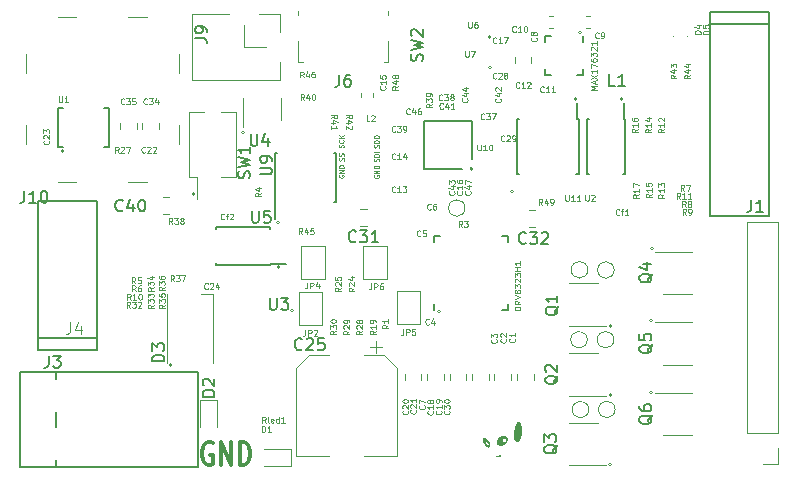
<source format=gbr>
G04 #@! TF.GenerationSoftware,KiCad,Pcbnew,5.1.5-52549c5~84~ubuntu18.04.1*
G04 #@! TF.CreationDate,2020-04-29T13:54:44+02:00*
G04 #@! TF.ProjectId,board,626f6172-642e-46b6-9963-61645f706362,rev?*
G04 #@! TF.SameCoordinates,Original*
G04 #@! TF.FileFunction,Legend,Top*
G04 #@! TF.FilePolarity,Positive*
%FSLAX46Y46*%
G04 Gerber Fmt 4.6, Leading zero omitted, Abs format (unit mm)*
G04 Created by KiCad (PCBNEW 5.1.5-52549c5~84~ubuntu18.04.1) date 2020-04-29 13:54:44*
%MOMM*%
%LPD*%
G04 APERTURE LIST*
%ADD10C,0.100000*%
%ADD11C,0.120000*%
%ADD12C,0.300000*%
%ADD13C,0.150000*%
%ADD14C,0.127000*%
%ADD15C,0.152400*%
%ADD16C,0.010000*%
%ADD17C,0.060000*%
%ADD18C,0.125000*%
%ADD19C,0.096520*%
G04 APERTURE END LIST*
D10*
X123130000Y-114044761D02*
X123110952Y-114082857D01*
X123110952Y-114140000D01*
X123130000Y-114197142D01*
X123168095Y-114235238D01*
X123206190Y-114254285D01*
X123282380Y-114273333D01*
X123339523Y-114273333D01*
X123415714Y-114254285D01*
X123453809Y-114235238D01*
X123491904Y-114197142D01*
X123510952Y-114140000D01*
X123510952Y-114101904D01*
X123491904Y-114044761D01*
X123472857Y-114025714D01*
X123339523Y-114025714D01*
X123339523Y-114101904D01*
X123510952Y-113854285D02*
X123110952Y-113854285D01*
X123510952Y-113625714D01*
X123110952Y-113625714D01*
X123510952Y-113435238D02*
X123110952Y-113435238D01*
X123110952Y-113340000D01*
X123130000Y-113282857D01*
X123168095Y-113244761D01*
X123206190Y-113225714D01*
X123282380Y-113206666D01*
X123339523Y-113206666D01*
X123415714Y-113225714D01*
X123453809Y-113244761D01*
X123491904Y-113282857D01*
X123510952Y-113340000D01*
X123510952Y-113435238D01*
X120140000Y-114004761D02*
X120120952Y-114042857D01*
X120120952Y-114100000D01*
X120140000Y-114157142D01*
X120178095Y-114195238D01*
X120216190Y-114214285D01*
X120292380Y-114233333D01*
X120349523Y-114233333D01*
X120425714Y-114214285D01*
X120463809Y-114195238D01*
X120501904Y-114157142D01*
X120520952Y-114100000D01*
X120520952Y-114061904D01*
X120501904Y-114004761D01*
X120482857Y-113985714D01*
X120349523Y-113985714D01*
X120349523Y-114061904D01*
X120520952Y-113814285D02*
X120120952Y-113814285D01*
X120520952Y-113585714D01*
X120120952Y-113585714D01*
X120520952Y-113395238D02*
X120120952Y-113395238D01*
X120120952Y-113300000D01*
X120140000Y-113242857D01*
X120178095Y-113204761D01*
X120216190Y-113185714D01*
X120292380Y-113166666D01*
X120349523Y-113166666D01*
X120425714Y-113185714D01*
X120463809Y-113204761D01*
X120501904Y-113242857D01*
X120520952Y-113300000D01*
X120520952Y-113395238D01*
X123471904Y-112849523D02*
X123490952Y-112792380D01*
X123490952Y-112697142D01*
X123471904Y-112659047D01*
X123452857Y-112640000D01*
X123414761Y-112620952D01*
X123376666Y-112620952D01*
X123338571Y-112640000D01*
X123319523Y-112659047D01*
X123300476Y-112697142D01*
X123281428Y-112773333D01*
X123262380Y-112811428D01*
X123243333Y-112830476D01*
X123205238Y-112849523D01*
X123167142Y-112849523D01*
X123129047Y-112830476D01*
X123110000Y-112811428D01*
X123090952Y-112773333D01*
X123090952Y-112678095D01*
X123110000Y-112620952D01*
X123490952Y-112449523D02*
X123090952Y-112449523D01*
X123090952Y-112354285D01*
X123110000Y-112297142D01*
X123148095Y-112259047D01*
X123186190Y-112240000D01*
X123262380Y-112220952D01*
X123319523Y-112220952D01*
X123395714Y-112240000D01*
X123433809Y-112259047D01*
X123471904Y-112297142D01*
X123490952Y-112354285D01*
X123490952Y-112449523D01*
X123490952Y-112049523D02*
X123090952Y-112049523D01*
X123481904Y-111693809D02*
X123500952Y-111636666D01*
X123500952Y-111541428D01*
X123481904Y-111503333D01*
X123462857Y-111484285D01*
X123424761Y-111465238D01*
X123386666Y-111465238D01*
X123348571Y-111484285D01*
X123329523Y-111503333D01*
X123310476Y-111541428D01*
X123291428Y-111617619D01*
X123272380Y-111655714D01*
X123253333Y-111674761D01*
X123215238Y-111693809D01*
X123177142Y-111693809D01*
X123139047Y-111674761D01*
X123120000Y-111655714D01*
X123100952Y-111617619D01*
X123100952Y-111522380D01*
X123120000Y-111465238D01*
X123500952Y-111293809D02*
X123100952Y-111293809D01*
X123100952Y-111198571D01*
X123120000Y-111141428D01*
X123158095Y-111103333D01*
X123196190Y-111084285D01*
X123272380Y-111065238D01*
X123329523Y-111065238D01*
X123405714Y-111084285D01*
X123443809Y-111103333D01*
X123481904Y-111141428D01*
X123500952Y-111198571D01*
X123500952Y-111293809D01*
X123100952Y-110817619D02*
X123100952Y-110741428D01*
X123120000Y-110703333D01*
X123158095Y-110665238D01*
X123234285Y-110646190D01*
X123367619Y-110646190D01*
X123443809Y-110665238D01*
X123481904Y-110703333D01*
X123500952Y-110741428D01*
X123500952Y-110817619D01*
X123481904Y-110855714D01*
X123443809Y-110893809D01*
X123367619Y-110912857D01*
X123234285Y-110912857D01*
X123158095Y-110893809D01*
X123120000Y-110855714D01*
X123100952Y-110817619D01*
X120511904Y-112784761D02*
X120530952Y-112727619D01*
X120530952Y-112632380D01*
X120511904Y-112594285D01*
X120492857Y-112575238D01*
X120454761Y-112556190D01*
X120416666Y-112556190D01*
X120378571Y-112575238D01*
X120359523Y-112594285D01*
X120340476Y-112632380D01*
X120321428Y-112708571D01*
X120302380Y-112746666D01*
X120283333Y-112765714D01*
X120245238Y-112784761D01*
X120207142Y-112784761D01*
X120169047Y-112765714D01*
X120150000Y-112746666D01*
X120130952Y-112708571D01*
X120130952Y-112613333D01*
X120150000Y-112556190D01*
X120511904Y-112403809D02*
X120530952Y-112346666D01*
X120530952Y-112251428D01*
X120511904Y-112213333D01*
X120492857Y-112194285D01*
X120454761Y-112175238D01*
X120416666Y-112175238D01*
X120378571Y-112194285D01*
X120359523Y-112213333D01*
X120340476Y-112251428D01*
X120321428Y-112327619D01*
X120302380Y-112365714D01*
X120283333Y-112384761D01*
X120245238Y-112403809D01*
X120207142Y-112403809D01*
X120169047Y-112384761D01*
X120150000Y-112365714D01*
X120130952Y-112327619D01*
X120130952Y-112232380D01*
X120150000Y-112175238D01*
X120501904Y-111674285D02*
X120520952Y-111617142D01*
X120520952Y-111521904D01*
X120501904Y-111483809D01*
X120482857Y-111464761D01*
X120444761Y-111445714D01*
X120406666Y-111445714D01*
X120368571Y-111464761D01*
X120349523Y-111483809D01*
X120330476Y-111521904D01*
X120311428Y-111598095D01*
X120292380Y-111636190D01*
X120273333Y-111655238D01*
X120235238Y-111674285D01*
X120197142Y-111674285D01*
X120159047Y-111655238D01*
X120140000Y-111636190D01*
X120120952Y-111598095D01*
X120120952Y-111502857D01*
X120140000Y-111445714D01*
X120482857Y-111045714D02*
X120501904Y-111064761D01*
X120520952Y-111121904D01*
X120520952Y-111160000D01*
X120501904Y-111217142D01*
X120463809Y-111255238D01*
X120425714Y-111274285D01*
X120349523Y-111293333D01*
X120292380Y-111293333D01*
X120216190Y-111274285D01*
X120178095Y-111255238D01*
X120140000Y-111217142D01*
X120120952Y-111160000D01*
X120120952Y-111121904D01*
X120140000Y-111064761D01*
X120159047Y-111045714D01*
X120520952Y-110874285D02*
X120120952Y-110874285D01*
X120520952Y-110645714D02*
X120292380Y-110817142D01*
X120120952Y-110645714D02*
X120349523Y-110874285D01*
D11*
X134928062Y-115410000D02*
G75*
G03X134928062Y-115410000I-128062J0D01*
G01*
X131468062Y-113460000D02*
G75*
G03X131468062Y-113460000I-128062J0D01*
G01*
X96858062Y-111980000D02*
G75*
G03X96858062Y-111980000I-128062J0D01*
G01*
X144188062Y-107590000D02*
G75*
G03X144188062Y-107590000I-128062J0D01*
G01*
X140268062Y-107580000D02*
G75*
G03X140268062Y-107580000I-128062J0D01*
G01*
X140658062Y-101970000D02*
G75*
G03X140658062Y-101970000I-128062J0D01*
G01*
X133008062Y-104900000D02*
G75*
G03X133008062Y-104900000I-128062J0D01*
G01*
X132998062Y-102340000D02*
G75*
G03X132998062Y-102340000I-128062J0D01*
G01*
X112108062Y-110400000D02*
G75*
G03X112108062Y-110400000I-128062J0D01*
G01*
X107948062Y-115600000D02*
G75*
G03X107948062Y-115600000I-128062J0D01*
G01*
X115078062Y-118030000D02*
G75*
G03X115078062Y-118030000I-128062J0D01*
G01*
X115128062Y-121810000D02*
G75*
G03X115128062Y-121810000I-128062J0D01*
G01*
X105988062Y-130090000D02*
G75*
G03X105988062Y-130090000I-128062J0D01*
G01*
X116288062Y-125500000D02*
G75*
G03X116288062Y-125500000I-128062J0D01*
G01*
X128698062Y-125570000D02*
G75*
G03X128698062Y-125570000I-128062J0D01*
G01*
X143198062Y-138520000D02*
G75*
G03X143198062Y-138520000I-128062J0D01*
G01*
X146678062Y-132410000D02*
G75*
G03X146678062Y-132410000I-128062J0D01*
G01*
X143248062Y-132610000D02*
G75*
G03X143248062Y-132610000I-128062J0D01*
G01*
X146668062Y-126300000D02*
G75*
G03X146668062Y-126300000I-128062J0D01*
G01*
X143248062Y-126790000D02*
G75*
G03X143248062Y-126790000I-128062J0D01*
G01*
X146748062Y-120210000D02*
G75*
G03X146748062Y-120210000I-128062J0D01*
G01*
D12*
X109417142Y-136670000D02*
X109274285Y-136574761D01*
X109060000Y-136574761D01*
X108845714Y-136670000D01*
X108702857Y-136860476D01*
X108631428Y-137050952D01*
X108560000Y-137431904D01*
X108560000Y-137717619D01*
X108631428Y-138098571D01*
X108702857Y-138289047D01*
X108845714Y-138479523D01*
X109060000Y-138574761D01*
X109202857Y-138574761D01*
X109417142Y-138479523D01*
X109488571Y-138384285D01*
X109488571Y-137717619D01*
X109202857Y-137717619D01*
X110131428Y-138574761D02*
X110131428Y-136574761D01*
X110988571Y-138574761D01*
X110988571Y-136574761D01*
X111702857Y-138574761D02*
X111702857Y-136574761D01*
X112060000Y-136574761D01*
X112274285Y-136670000D01*
X112417142Y-136860476D01*
X112488571Y-137050952D01*
X112560000Y-137431904D01*
X112560000Y-137717619D01*
X112488571Y-138098571D01*
X112417142Y-138289047D01*
X112274285Y-138479523D01*
X112060000Y-138574761D01*
X111702857Y-138574761D01*
D11*
X102997000Y-110098578D02*
X102997000Y-109581422D01*
X101577000Y-110098578D02*
X101577000Y-109581422D01*
D13*
X140425000Y-109275000D02*
X140300000Y-109275000D01*
X140425000Y-113925000D02*
X140200000Y-113925000D01*
X135175000Y-113925000D02*
X135400000Y-113925000D01*
X135175000Y-109275000D02*
X135400000Y-109275000D01*
X140425000Y-109275000D02*
X140425000Y-113925000D01*
X135175000Y-109275000D02*
X135175000Y-113925000D01*
X140300000Y-109275000D02*
X140300000Y-107925000D01*
D11*
X96300000Y-100620000D02*
X97900000Y-100620000D01*
X96300000Y-114580000D02*
X97900000Y-114580000D01*
X102300000Y-100620000D02*
X103900000Y-100620000D01*
X102300000Y-114580000D02*
X103900000Y-114580000D01*
X93600000Y-103800000D02*
X93600000Y-105400000D01*
X106600000Y-103800000D02*
X106600000Y-105400000D01*
X93600000Y-109800000D02*
X93600000Y-111400000D01*
X106600000Y-109800000D02*
X106600000Y-111400000D01*
D14*
X99640000Y-127820000D02*
X94630000Y-127820000D01*
X99630000Y-116210000D02*
X94610000Y-116210000D01*
X99630000Y-128830000D02*
X99630000Y-116190000D01*
X94620000Y-128810000D02*
X99620000Y-128810000D01*
X94620000Y-116210000D02*
X94630000Y-128830000D01*
D11*
X104902000Y-110098578D02*
X104902000Y-109581422D01*
X103482000Y-110098578D02*
X103482000Y-109581422D01*
X136241422Y-118410000D02*
X136758578Y-118410000D01*
X136241422Y-116990000D02*
X136758578Y-116990000D01*
D13*
X128150000Y-119150000D02*
X128150000Y-119675000D01*
X134450000Y-119150000D02*
X134450000Y-119675000D01*
X134450000Y-125450000D02*
X134450000Y-124925000D01*
X128150000Y-125450000D02*
X128150000Y-124925000D01*
X134450000Y-119150000D02*
X133925000Y-119150000D01*
X134450000Y-125450000D02*
X133925000Y-125450000D01*
X128150000Y-119150000D02*
X128675000Y-119150000D01*
D11*
X122458578Y-116890000D02*
X121941422Y-116890000D01*
X122458578Y-118310000D02*
X121941422Y-118310000D01*
D13*
X144345000Y-109265000D02*
X144245000Y-109265000D01*
X144345000Y-113915000D02*
X144145000Y-113915000D01*
X141095000Y-113915000D02*
X141295000Y-113915000D01*
X141095000Y-109265000D02*
X141295000Y-109265000D01*
X144345000Y-109265000D02*
X144345000Y-113915000D01*
X141095000Y-109265000D02*
X141095000Y-113915000D01*
X144245000Y-109265000D02*
X144245000Y-107915000D01*
D11*
X142750000Y-132700000D02*
X139620000Y-132700000D01*
X142080000Y-129100000D02*
X139620000Y-129100000D01*
D15*
X96772800Y-108293600D02*
X96315600Y-108293600D01*
X100227200Y-111646400D02*
X100684400Y-111646400D01*
X100684400Y-111646400D02*
X100684400Y-108293600D01*
X100684400Y-108293600D02*
X100227200Y-108293600D01*
X96315600Y-108293600D02*
X96315600Y-111646400D01*
X96315600Y-111646400D02*
X96772800Y-111646400D01*
D11*
X129010000Y-130841422D02*
X129010000Y-131358578D01*
X127590000Y-130841422D02*
X127590000Y-131358578D01*
X133290000Y-130841422D02*
X133290000Y-131358578D01*
X134710000Y-130841422D02*
X134710000Y-131358578D01*
X132810000Y-130841422D02*
X132810000Y-131358578D01*
X131390000Y-130841422D02*
X131390000Y-131358578D01*
X136410000Y-104041422D02*
X136410000Y-104558578D01*
X134990000Y-104041422D02*
X134990000Y-104558578D01*
D13*
X140799999Y-105500001D02*
X140299999Y-105500001D01*
X137549999Y-102250001D02*
X138049999Y-102250001D01*
X137549999Y-105500001D02*
X138049999Y-105500001D01*
X140799999Y-102250001D02*
X140799999Y-102750001D01*
X137549999Y-102250001D02*
X137549999Y-102750001D01*
X137549999Y-105500001D02*
X137549999Y-105000001D01*
X140799999Y-105500001D02*
X140799999Y-105000001D01*
D11*
X108365000Y-133015000D02*
X108365000Y-135300000D01*
X109835000Y-133015000D02*
X108365000Y-133015000D01*
X109835000Y-135300000D02*
X109835000Y-133015000D01*
X157330000Y-138439200D02*
X156000000Y-138439200D01*
X157330000Y-137109200D02*
X157330000Y-138439200D01*
X157330000Y-135839200D02*
X154670000Y-135839200D01*
X154670000Y-135839200D02*
X154670000Y-117999200D01*
X157330000Y-135839200D02*
X157330000Y-117999200D01*
X157330000Y-117999200D02*
X154670000Y-117999200D01*
D13*
X108150000Y-130700000D02*
X93150000Y-130700000D01*
X108150000Y-138700000D02*
X108150000Y-130700000D01*
X93150000Y-138700000D02*
X108150000Y-138700000D01*
X93150000Y-130700000D02*
X93150000Y-138700000D01*
X96150000Y-138700000D02*
X96150000Y-138100000D01*
X96150000Y-135300000D02*
X96150000Y-134100000D01*
X96150000Y-130700000D02*
X96150000Y-131300000D01*
D11*
X142740000Y-126785000D02*
X139610000Y-126785000D01*
X142070000Y-123185000D02*
X139610000Y-123185000D01*
X146900000Y-120500000D02*
X150030000Y-120500000D01*
X147570000Y-124100000D02*
X150030000Y-124100000D01*
X146900000Y-126450000D02*
X150030000Y-126450000D01*
X147570000Y-130050000D02*
X150030000Y-130050000D01*
X142700000Y-138570000D02*
X139570000Y-138570000D01*
X142030000Y-134970000D02*
X139570000Y-134970000D01*
X146900000Y-132450000D02*
X150030000Y-132450000D01*
X147570000Y-136050000D02*
X150030000Y-136050000D01*
X125690000Y-130841422D02*
X125690000Y-131358578D01*
X127110000Y-130841422D02*
X127110000Y-131358578D01*
X129490000Y-130841422D02*
X129490000Y-131358578D01*
X130910000Y-130841422D02*
X130910000Y-131358578D01*
X105580000Y-129960000D02*
X105580000Y-124060000D01*
X109480000Y-129960000D02*
X109480000Y-124060000D01*
X109480000Y-124060000D02*
X108405000Y-124060000D01*
X141190000Y-122030000D02*
G75*
G03X141190000Y-122030000I-700000J0D01*
G01*
X143424000Y-122046000D02*
G75*
G03X143424000Y-122046000I-700000J0D01*
G01*
X141148000Y-127950000D02*
G75*
G03X141148000Y-127950000I-700000J0D01*
G01*
X143400000Y-127950000D02*
G75*
G03X143400000Y-127950000I-700000J0D01*
G01*
X141270000Y-133860000D02*
G75*
G03X141270000Y-133860000I-700000J0D01*
G01*
X143500000Y-133850000D02*
G75*
G03X143500000Y-133850000I-700000J0D01*
G01*
X110785000Y-100400000D02*
X107670000Y-100400000D01*
X107670000Y-100400000D02*
X107670000Y-106000000D01*
X115170000Y-106000000D02*
X107670000Y-106000000D01*
X115170000Y-104470000D02*
X115170000Y-106000000D01*
X113925000Y-103200000D02*
X112055000Y-103200000D01*
X112055000Y-103200000D02*
X112055000Y-101330000D01*
X113325000Y-100400000D02*
X115170000Y-100400000D01*
X115170000Y-100400000D02*
X115170000Y-101930000D01*
X136610000Y-130841422D02*
X136610000Y-131358578D01*
X135190000Y-130841422D02*
X135190000Y-131358578D01*
D16*
G36*
X134058423Y-136101777D02*
G01*
X134096263Y-136105066D01*
X134116759Y-136108897D01*
X134168390Y-136125874D01*
X134213060Y-136149654D01*
X134250646Y-136179527D01*
X134281024Y-136214781D01*
X134304071Y-136254703D01*
X134319661Y-136298583D01*
X134327672Y-136345708D01*
X134327980Y-136395366D01*
X134320461Y-136446846D01*
X134304990Y-136499436D01*
X134281445Y-136552424D01*
X134249701Y-136605099D01*
X134211669Y-136654398D01*
X134162024Y-136705506D01*
X134107034Y-136750255D01*
X134047863Y-136788142D01*
X133985678Y-136818666D01*
X133921645Y-136841325D01*
X133856929Y-136855617D01*
X133792695Y-136861041D01*
X133738218Y-136858169D01*
X133683393Y-136847107D01*
X133634297Y-136828036D01*
X133591371Y-136801148D01*
X133572887Y-136785333D01*
X133541140Y-136751436D01*
X133518000Y-136716962D01*
X133502118Y-136679320D01*
X133492141Y-136635916D01*
X133490986Y-136628145D01*
X133488426Y-136573755D01*
X133495286Y-136518691D01*
X133510934Y-136463752D01*
X133524275Y-136433475D01*
X133889164Y-136433475D01*
X133891545Y-136455112D01*
X133904506Y-136499304D01*
X133925689Y-136538657D01*
X133954198Y-136572122D01*
X133989137Y-136598653D01*
X134029610Y-136617204D01*
X134030453Y-136617481D01*
X134050411Y-136621460D01*
X134077461Y-136623152D01*
X134095684Y-136622976D01*
X134119938Y-136621571D01*
X134138324Y-136618634D01*
X134155122Y-136613176D01*
X134172690Y-136605155D01*
X134209679Y-136581788D01*
X134240282Y-136551948D01*
X134263754Y-136517048D01*
X134279349Y-136478504D01*
X134286322Y-136437728D01*
X134283925Y-136396134D01*
X134283670Y-136394722D01*
X134270966Y-136352824D01*
X134249644Y-136314438D01*
X134220985Y-136281215D01*
X134186270Y-136254806D01*
X134167445Y-136244858D01*
X134137518Y-136235350D01*
X134102396Y-136230786D01*
X134065790Y-136231225D01*
X134031413Y-136236724D01*
X134013531Y-136242426D01*
X133978383Y-136261486D01*
X133947691Y-136287944D01*
X133922440Y-136320087D01*
X133903613Y-136356199D01*
X133892193Y-136394567D01*
X133889164Y-136433475D01*
X133524275Y-136433475D01*
X133534736Y-136409736D01*
X133566061Y-136357441D01*
X133604274Y-136307666D01*
X133648745Y-136261207D01*
X133698840Y-136218864D01*
X133753926Y-136181434D01*
X133813370Y-136149716D01*
X133876541Y-136124507D01*
X133894886Y-136118701D01*
X133931263Y-136110238D01*
X133972757Y-136104503D01*
X134016199Y-136101636D01*
X134058423Y-136101777D01*
G37*
X134058423Y-136101777D02*
X134096263Y-136105066D01*
X134116759Y-136108897D01*
X134168390Y-136125874D01*
X134213060Y-136149654D01*
X134250646Y-136179527D01*
X134281024Y-136214781D01*
X134304071Y-136254703D01*
X134319661Y-136298583D01*
X134327672Y-136345708D01*
X134327980Y-136395366D01*
X134320461Y-136446846D01*
X134304990Y-136499436D01*
X134281445Y-136552424D01*
X134249701Y-136605099D01*
X134211669Y-136654398D01*
X134162024Y-136705506D01*
X134107034Y-136750255D01*
X134047863Y-136788142D01*
X133985678Y-136818666D01*
X133921645Y-136841325D01*
X133856929Y-136855617D01*
X133792695Y-136861041D01*
X133738218Y-136858169D01*
X133683393Y-136847107D01*
X133634297Y-136828036D01*
X133591371Y-136801148D01*
X133572887Y-136785333D01*
X133541140Y-136751436D01*
X133518000Y-136716962D01*
X133502118Y-136679320D01*
X133492141Y-136635916D01*
X133490986Y-136628145D01*
X133488426Y-136573755D01*
X133495286Y-136518691D01*
X133510934Y-136463752D01*
X133524275Y-136433475D01*
X133889164Y-136433475D01*
X133891545Y-136455112D01*
X133904506Y-136499304D01*
X133925689Y-136538657D01*
X133954198Y-136572122D01*
X133989137Y-136598653D01*
X134029610Y-136617204D01*
X134030453Y-136617481D01*
X134050411Y-136621460D01*
X134077461Y-136623152D01*
X134095684Y-136622976D01*
X134119938Y-136621571D01*
X134138324Y-136618634D01*
X134155122Y-136613176D01*
X134172690Y-136605155D01*
X134209679Y-136581788D01*
X134240282Y-136551948D01*
X134263754Y-136517048D01*
X134279349Y-136478504D01*
X134286322Y-136437728D01*
X134283925Y-136396134D01*
X134283670Y-136394722D01*
X134270966Y-136352824D01*
X134249644Y-136314438D01*
X134220985Y-136281215D01*
X134186270Y-136254806D01*
X134167445Y-136244858D01*
X134137518Y-136235350D01*
X134102396Y-136230786D01*
X134065790Y-136231225D01*
X134031413Y-136236724D01*
X134013531Y-136242426D01*
X133978383Y-136261486D01*
X133947691Y-136287944D01*
X133922440Y-136320087D01*
X133903613Y-136356199D01*
X133892193Y-136394567D01*
X133889164Y-136433475D01*
X133524275Y-136433475D01*
X133534736Y-136409736D01*
X133566061Y-136357441D01*
X133604274Y-136307666D01*
X133648745Y-136261207D01*
X133698840Y-136218864D01*
X133753926Y-136181434D01*
X133813370Y-136149716D01*
X133876541Y-136124507D01*
X133894886Y-136118701D01*
X133931263Y-136110238D01*
X133972757Y-136104503D01*
X134016199Y-136101636D01*
X134058423Y-136101777D01*
G36*
X132433665Y-136292400D02*
G01*
X132451199Y-136294815D01*
X132467879Y-136300076D01*
X132486678Y-136308404D01*
X132536544Y-136336810D01*
X132586028Y-136374026D01*
X132634186Y-136418713D01*
X132680077Y-136469536D01*
X132722757Y-136525158D01*
X132761285Y-136584244D01*
X132794717Y-136645456D01*
X132822112Y-136707459D01*
X132842526Y-136768917D01*
X132855018Y-136828492D01*
X132855381Y-136831129D01*
X132858149Y-136874196D01*
X132854456Y-136912257D01*
X132844593Y-136944427D01*
X132828853Y-136969822D01*
X132807525Y-136987556D01*
X132803187Y-136989832D01*
X132775219Y-136998318D01*
X132743409Y-136999581D01*
X132711189Y-136993488D01*
X132710740Y-136993346D01*
X132667203Y-136975057D01*
X132622270Y-136947842D01*
X132576881Y-136912665D01*
X132531976Y-136870487D01*
X132488495Y-136822272D01*
X132447378Y-136768982D01*
X132409565Y-136711579D01*
X132375996Y-136651026D01*
X132375540Y-136650119D01*
X132350181Y-136595845D01*
X132341711Y-136573574D01*
X132495284Y-136573574D01*
X132495543Y-136601315D01*
X132498121Y-136629311D01*
X132502567Y-136652702D01*
X132512407Y-136682865D01*
X132526999Y-136717156D01*
X132544535Y-136751944D01*
X132563208Y-136783596D01*
X132578382Y-136805022D01*
X132609895Y-136840806D01*
X132641152Y-136868895D01*
X132671506Y-136889000D01*
X132700309Y-136900834D01*
X132726913Y-136904109D01*
X132750670Y-136898538D01*
X132766133Y-136888466D01*
X132780767Y-136871999D01*
X132790019Y-136852003D01*
X132794606Y-136826313D01*
X132795402Y-136800316D01*
X132791584Y-136761085D01*
X132781587Y-136720767D01*
X132766265Y-136680451D01*
X132746466Y-136641228D01*
X132723042Y-136604188D01*
X132696844Y-136570421D01*
X132668723Y-136541018D01*
X132639529Y-136517069D01*
X132610113Y-136499664D01*
X132581326Y-136489894D01*
X132554019Y-136488849D01*
X132552521Y-136489075D01*
X132530226Y-136497610D01*
X132511870Y-136514429D01*
X132501805Y-136531686D01*
X132497365Y-136549295D01*
X132495284Y-136573574D01*
X132341711Y-136573574D01*
X132331505Y-136546742D01*
X132318956Y-136500850D01*
X132311980Y-136456209D01*
X132310024Y-136418820D01*
X132310147Y-136393734D01*
X132311356Y-136375780D01*
X132314108Y-136361950D01*
X132318861Y-136349235D01*
X132321443Y-136343751D01*
X132332212Y-136326421D01*
X132345671Y-136310733D01*
X132351471Y-136305651D01*
X132361774Y-136298608D01*
X132371873Y-136294452D01*
X132384939Y-136292443D01*
X132404145Y-136291838D01*
X132410641Y-136291820D01*
X132433665Y-136292400D01*
G37*
X132433665Y-136292400D02*
X132451199Y-136294815D01*
X132467879Y-136300076D01*
X132486678Y-136308404D01*
X132536544Y-136336810D01*
X132586028Y-136374026D01*
X132634186Y-136418713D01*
X132680077Y-136469536D01*
X132722757Y-136525158D01*
X132761285Y-136584244D01*
X132794717Y-136645456D01*
X132822112Y-136707459D01*
X132842526Y-136768917D01*
X132855018Y-136828492D01*
X132855381Y-136831129D01*
X132858149Y-136874196D01*
X132854456Y-136912257D01*
X132844593Y-136944427D01*
X132828853Y-136969822D01*
X132807525Y-136987556D01*
X132803187Y-136989832D01*
X132775219Y-136998318D01*
X132743409Y-136999581D01*
X132711189Y-136993488D01*
X132710740Y-136993346D01*
X132667203Y-136975057D01*
X132622270Y-136947842D01*
X132576881Y-136912665D01*
X132531976Y-136870487D01*
X132488495Y-136822272D01*
X132447378Y-136768982D01*
X132409565Y-136711579D01*
X132375996Y-136651026D01*
X132375540Y-136650119D01*
X132350181Y-136595845D01*
X132341711Y-136573574D01*
X132495284Y-136573574D01*
X132495543Y-136601315D01*
X132498121Y-136629311D01*
X132502567Y-136652702D01*
X132512407Y-136682865D01*
X132526999Y-136717156D01*
X132544535Y-136751944D01*
X132563208Y-136783596D01*
X132578382Y-136805022D01*
X132609895Y-136840806D01*
X132641152Y-136868895D01*
X132671506Y-136889000D01*
X132700309Y-136900834D01*
X132726913Y-136904109D01*
X132750670Y-136898538D01*
X132766133Y-136888466D01*
X132780767Y-136871999D01*
X132790019Y-136852003D01*
X132794606Y-136826313D01*
X132795402Y-136800316D01*
X132791584Y-136761085D01*
X132781587Y-136720767D01*
X132766265Y-136680451D01*
X132746466Y-136641228D01*
X132723042Y-136604188D01*
X132696844Y-136570421D01*
X132668723Y-136541018D01*
X132639529Y-136517069D01*
X132610113Y-136499664D01*
X132581326Y-136489894D01*
X132554019Y-136488849D01*
X132552521Y-136489075D01*
X132530226Y-136497610D01*
X132511870Y-136514429D01*
X132501805Y-136531686D01*
X132497365Y-136549295D01*
X132495284Y-136573574D01*
X132341711Y-136573574D01*
X132331505Y-136546742D01*
X132318956Y-136500850D01*
X132311980Y-136456209D01*
X132310024Y-136418820D01*
X132310147Y-136393734D01*
X132311356Y-136375780D01*
X132314108Y-136361950D01*
X132318861Y-136349235D01*
X132321443Y-136343751D01*
X132332212Y-136326421D01*
X132345671Y-136310733D01*
X132351471Y-136305651D01*
X132361774Y-136298608D01*
X132371873Y-136294452D01*
X132384939Y-136292443D01*
X132404145Y-136291838D01*
X132410641Y-136291820D01*
X132433665Y-136292400D01*
D17*
G36*
X133764692Y-137731830D02*
G01*
X133768884Y-137737238D01*
X133769842Y-137745434D01*
X133765424Y-137750854D01*
X133753375Y-137758710D01*
X133735655Y-137768093D01*
X133714225Y-137778090D01*
X133691046Y-137787791D01*
X133668078Y-137796284D01*
X133647282Y-137802659D01*
X133645917Y-137803013D01*
X133602856Y-137810486D01*
X133554361Y-137812860D01*
X133503785Y-137810138D01*
X133457500Y-137802965D01*
X133430200Y-137797186D01*
X133411309Y-137792973D01*
X133399286Y-137789840D01*
X133392588Y-137787302D01*
X133389673Y-137784876D01*
X133388999Y-137782076D01*
X133388997Y-137781433D01*
X133390026Y-137773727D01*
X133393898Y-137769084D01*
X133402140Y-137767369D01*
X133416276Y-137768449D01*
X133437832Y-137772190D01*
X133454960Y-137775657D01*
X133513922Y-137785109D01*
X133567388Y-137787441D01*
X133617312Y-137782442D01*
X133665646Y-137769901D01*
X133714342Y-137749609D01*
X133719221Y-137747188D01*
X133741207Y-137736758D01*
X133755915Y-137731654D01*
X133764692Y-137731830D01*
G37*
X133764692Y-137731830D02*
X133768884Y-137737238D01*
X133769842Y-137745434D01*
X133765424Y-137750854D01*
X133753375Y-137758710D01*
X133735655Y-137768093D01*
X133714225Y-137778090D01*
X133691046Y-137787791D01*
X133668078Y-137796284D01*
X133647282Y-137802659D01*
X133645917Y-137803013D01*
X133602856Y-137810486D01*
X133554361Y-137812860D01*
X133503785Y-137810138D01*
X133457500Y-137802965D01*
X133430200Y-137797186D01*
X133411309Y-137792973D01*
X133399286Y-137789840D01*
X133392588Y-137787302D01*
X133389673Y-137784876D01*
X133388999Y-137782076D01*
X133388997Y-137781433D01*
X133390026Y-137773727D01*
X133393898Y-137769084D01*
X133402140Y-137767369D01*
X133416276Y-137768449D01*
X133437832Y-137772190D01*
X133454960Y-137775657D01*
X133513922Y-137785109D01*
X133567388Y-137787441D01*
X133617312Y-137782442D01*
X133665646Y-137769901D01*
X133714342Y-137749609D01*
X133719221Y-137747188D01*
X133741207Y-137736758D01*
X133755915Y-137731654D01*
X133764692Y-137731830D01*
D14*
X156500000Y-117490000D02*
X156500000Y-100170000D01*
X156500000Y-100170000D02*
X151500000Y-100170000D01*
X151500000Y-100170000D02*
X151500000Y-117490000D01*
X151500000Y-117490000D02*
X156500000Y-117490000D01*
X151460000Y-101210000D02*
X156540000Y-101210000D01*
D11*
X115210000Y-109320000D02*
X115210000Y-107520000D01*
X111990000Y-107520000D02*
X111990000Y-109970000D01*
D13*
X114325000Y-121525000D02*
X115675000Y-121525000D01*
X114325000Y-118375000D02*
X109675000Y-118375000D01*
X114325000Y-121625000D02*
X109675000Y-121625000D01*
X114325000Y-118375000D02*
X114325000Y-118575000D01*
X109675000Y-118375000D02*
X109675000Y-118575000D01*
X109675000Y-121625000D02*
X109675000Y-121425000D01*
X114325000Y-121625000D02*
X114325000Y-121525000D01*
D11*
X116660000Y-104470000D02*
X117040000Y-104470000D01*
X116660000Y-100420000D02*
X116660000Y-100160000D01*
X116660000Y-104470000D02*
X116660000Y-102700000D01*
X124280000Y-104470000D02*
X123900000Y-104470000D01*
X124280000Y-102700000D02*
X124280000Y-104470000D01*
X124280000Y-100160000D02*
X124280000Y-100420000D01*
D13*
X114695000Y-116325000D02*
X114745000Y-116325000D01*
X114695000Y-112175000D02*
X114840000Y-112175000D01*
X119845000Y-112175000D02*
X119700000Y-112175000D01*
X119845000Y-116325000D02*
X119700000Y-116325000D01*
X114695000Y-116325000D02*
X114695000Y-112175000D01*
X119845000Y-116325000D02*
X119845000Y-112175000D01*
X114745000Y-116325000D02*
X114745000Y-117725000D01*
D11*
X116085000Y-137165000D02*
X113800000Y-137165000D01*
X116085000Y-138635000D02*
X116085000Y-137165000D01*
X113800000Y-138635000D02*
X116085000Y-138635000D01*
X121990000Y-107412779D02*
X121990000Y-107087221D01*
X123010000Y-107412779D02*
X123010000Y-107087221D01*
X130800000Y-116800000D02*
G75*
G03X130800000Y-116800000I-700000J0D01*
G01*
X105718578Y-117290000D02*
X105201422Y-117290000D01*
X105718578Y-115870000D02*
X105201422Y-115870000D01*
D10*
X148450000Y-102290000D02*
G75*
G03X148450000Y-102290000I-50000J0D01*
G01*
X149650000Y-102290000D02*
G75*
G03X149650000Y-102290000I-50000J0D01*
G01*
D11*
X118700000Y-123900000D02*
X118700000Y-126700000D01*
X118700000Y-126700000D02*
X116700000Y-126700000D01*
X116700000Y-126700000D02*
X116700000Y-123900000D01*
X116700000Y-123900000D02*
X118700000Y-123900000D01*
X118900000Y-122800000D02*
X116900000Y-122800000D01*
X118900000Y-120000000D02*
X118900000Y-122800000D01*
X116900000Y-120000000D02*
X118900000Y-120000000D01*
X116900000Y-122800000D02*
X116900000Y-120000000D01*
X125000000Y-123800000D02*
X127000000Y-123800000D01*
X125000000Y-126600000D02*
X125000000Y-123800000D01*
X127000000Y-126600000D02*
X125000000Y-126600000D01*
X127000000Y-123800000D02*
X127000000Y-126600000D01*
X122200000Y-122800000D02*
X122200000Y-120000000D01*
X122200000Y-120000000D02*
X124200000Y-120000000D01*
X124200000Y-120000000D02*
X124200000Y-122800000D01*
X124200000Y-122800000D02*
X122200000Y-122800000D01*
X138242779Y-101520000D02*
X137917221Y-101520000D01*
X138242779Y-100500000D02*
X137917221Y-100500000D01*
X141067221Y-101520000D02*
X141392779Y-101520000D01*
X141067221Y-100500000D02*
X141392779Y-100500000D01*
X116500000Y-137800000D02*
X119250000Y-137800000D01*
X125020000Y-137800000D02*
X122270000Y-137800000D01*
X125020000Y-130344437D02*
X125020000Y-137800000D01*
X116500000Y-130344437D02*
X116500000Y-137800000D01*
X117564437Y-129280000D02*
X119250000Y-129280000D01*
X123955563Y-129280000D02*
X122270000Y-129280000D01*
X123955563Y-129280000D02*
X125020000Y-130344437D01*
X117564437Y-129280000D02*
X116500000Y-130344437D01*
X123270000Y-128040000D02*
X123270000Y-129040000D01*
X123770000Y-128540000D02*
X122770000Y-128540000D01*
D16*
G36*
X135318201Y-134929738D02*
G01*
X135338348Y-134931965D01*
X135355863Y-134935564D01*
X135371188Y-134941308D01*
X135384766Y-134949971D01*
X135397039Y-134962324D01*
X135408450Y-134979140D01*
X135419440Y-135001193D01*
X135430453Y-135029255D01*
X135441931Y-135064099D01*
X135454316Y-135106498D01*
X135468050Y-135157225D01*
X135483577Y-135217052D01*
X135484299Y-135219867D01*
X135501506Y-135292474D01*
X135515540Y-135364276D01*
X135526689Y-135437443D01*
X135535238Y-135514150D01*
X135541474Y-135596569D01*
X135545609Y-135684760D01*
X135546717Y-135718405D01*
X135547222Y-135744525D01*
X135546933Y-135765749D01*
X135545658Y-135784703D01*
X135543208Y-135804014D01*
X135539391Y-135826309D01*
X135534016Y-135854217D01*
X135532872Y-135860020D01*
X135516391Y-135938711D01*
X135498865Y-136013406D01*
X135480546Y-136083339D01*
X135461687Y-136147741D01*
X135442541Y-136205845D01*
X135423359Y-136256882D01*
X135404394Y-136300085D01*
X135385900Y-136334686D01*
X135368657Y-136359293D01*
X135357953Y-136372749D01*
X135343677Y-136391717D01*
X135327975Y-136413311D01*
X135317487Y-136428152D01*
X135291986Y-136462275D01*
X135268222Y-136489201D01*
X135246922Y-136508184D01*
X135229823Y-136518106D01*
X135217848Y-136520698D01*
X135200149Y-136522358D01*
X135185639Y-136522712D01*
X135169049Y-136521866D01*
X135153769Y-136519024D01*
X135136746Y-136513303D01*
X135114929Y-136503818D01*
X135105960Y-136499618D01*
X135083192Y-136487894D01*
X135061706Y-136475181D01*
X135044652Y-136463418D01*
X135038199Y-136457955D01*
X135015298Y-136429710D01*
X134995228Y-136391883D01*
X134977972Y-136344420D01*
X134963507Y-136287269D01*
X134954959Y-136241020D01*
X134952442Y-136223764D01*
X134950422Y-136205587D01*
X134948848Y-136185174D01*
X134947672Y-136161208D01*
X134946843Y-136132375D01*
X134946312Y-136097359D01*
X134946029Y-136054844D01*
X134945945Y-136003516D01*
X134945945Y-136002260D01*
X134946068Y-135945778D01*
X134946514Y-135897431D01*
X134947403Y-135855192D01*
X134948857Y-135817037D01*
X134950997Y-135780942D01*
X134953942Y-135744882D01*
X134957814Y-135706833D01*
X134962734Y-135664769D01*
X134968823Y-135616667D01*
X134969068Y-135614778D01*
X134978126Y-135557754D01*
X134990976Y-135495299D01*
X135007031Y-135429301D01*
X135025706Y-135361648D01*
X135046413Y-135294227D01*
X135068565Y-135228927D01*
X135091577Y-135167635D01*
X135114862Y-135112239D01*
X135137832Y-135064626D01*
X135143030Y-135054937D01*
X135170897Y-135010835D01*
X135201983Y-134973517D01*
X135202588Y-134972896D01*
X135225380Y-134951619D01*
X135246068Y-134937902D01*
X135267763Y-134930583D01*
X135293575Y-134928502D01*
X135318201Y-134929738D01*
G37*
X135318201Y-134929738D02*
X135338348Y-134931965D01*
X135355863Y-134935564D01*
X135371188Y-134941308D01*
X135384766Y-134949971D01*
X135397039Y-134962324D01*
X135408450Y-134979140D01*
X135419440Y-135001193D01*
X135430453Y-135029255D01*
X135441931Y-135064099D01*
X135454316Y-135106498D01*
X135468050Y-135157225D01*
X135483577Y-135217052D01*
X135484299Y-135219867D01*
X135501506Y-135292474D01*
X135515540Y-135364276D01*
X135526689Y-135437443D01*
X135535238Y-135514150D01*
X135541474Y-135596569D01*
X135545609Y-135684760D01*
X135546717Y-135718405D01*
X135547222Y-135744525D01*
X135546933Y-135765749D01*
X135545658Y-135784703D01*
X135543208Y-135804014D01*
X135539391Y-135826309D01*
X135534016Y-135854217D01*
X135532872Y-135860020D01*
X135516391Y-135938711D01*
X135498865Y-136013406D01*
X135480546Y-136083339D01*
X135461687Y-136147741D01*
X135442541Y-136205845D01*
X135423359Y-136256882D01*
X135404394Y-136300085D01*
X135385900Y-136334686D01*
X135368657Y-136359293D01*
X135357953Y-136372749D01*
X135343677Y-136391717D01*
X135327975Y-136413311D01*
X135317487Y-136428152D01*
X135291986Y-136462275D01*
X135268222Y-136489201D01*
X135246922Y-136508184D01*
X135229823Y-136518106D01*
X135217848Y-136520698D01*
X135200149Y-136522358D01*
X135185639Y-136522712D01*
X135169049Y-136521866D01*
X135153769Y-136519024D01*
X135136746Y-136513303D01*
X135114929Y-136503818D01*
X135105960Y-136499618D01*
X135083192Y-136487894D01*
X135061706Y-136475181D01*
X135044652Y-136463418D01*
X135038199Y-136457955D01*
X135015298Y-136429710D01*
X134995228Y-136391883D01*
X134977972Y-136344420D01*
X134963507Y-136287269D01*
X134954959Y-136241020D01*
X134952442Y-136223764D01*
X134950422Y-136205587D01*
X134948848Y-136185174D01*
X134947672Y-136161208D01*
X134946843Y-136132375D01*
X134946312Y-136097359D01*
X134946029Y-136054844D01*
X134945945Y-136003516D01*
X134945945Y-136002260D01*
X134946068Y-135945778D01*
X134946514Y-135897431D01*
X134947403Y-135855192D01*
X134948857Y-135817037D01*
X134950997Y-135780942D01*
X134953942Y-135744882D01*
X134957814Y-135706833D01*
X134962734Y-135664769D01*
X134968823Y-135616667D01*
X134969068Y-135614778D01*
X134978126Y-135557754D01*
X134990976Y-135495299D01*
X135007031Y-135429301D01*
X135025706Y-135361648D01*
X135046413Y-135294227D01*
X135068565Y-135228927D01*
X135091577Y-135167635D01*
X135114862Y-135112239D01*
X135137832Y-135064626D01*
X135143030Y-135054937D01*
X135170897Y-135010835D01*
X135201983Y-134973517D01*
X135202588Y-134972896D01*
X135225380Y-134951619D01*
X135246068Y-134937902D01*
X135267763Y-134930583D01*
X135293575Y-134928502D01*
X135318201Y-134929738D01*
D11*
X111385000Y-114190000D02*
X111385000Y-108670000D01*
X108105000Y-116040000D02*
X108105000Y-114190000D01*
X107455000Y-114190000D02*
X108105000Y-114190000D01*
X107455000Y-114190000D02*
X107455000Y-108670000D01*
X107455000Y-108670000D02*
X108724000Y-108670000D01*
X110115000Y-114190000D02*
X111385000Y-114190000D01*
X110115000Y-108670000D02*
X111385000Y-108670000D01*
D13*
X131360000Y-112670000D02*
X131360000Y-109470000D01*
X131360000Y-109470000D02*
X127360000Y-109470000D01*
X127360000Y-109470000D02*
X127360000Y-113470000D01*
X127360000Y-113470000D02*
X130560000Y-113470000D01*
D18*
X131079047Y-101046190D02*
X131079047Y-101450952D01*
X131102857Y-101498571D01*
X131126666Y-101522380D01*
X131174285Y-101546190D01*
X131269523Y-101546190D01*
X131317142Y-101522380D01*
X131340952Y-101498571D01*
X131364761Y-101450952D01*
X131364761Y-101046190D01*
X131817142Y-101046190D02*
X131721904Y-101046190D01*
X131674285Y-101070000D01*
X131650476Y-101093809D01*
X131602857Y-101165238D01*
X131579047Y-101260476D01*
X131579047Y-101450952D01*
X131602857Y-101498571D01*
X131626666Y-101522380D01*
X131674285Y-101546190D01*
X131769523Y-101546190D01*
X131817142Y-101522380D01*
X131840952Y-101498571D01*
X131864761Y-101450952D01*
X131864761Y-101331904D01*
X131840952Y-101284285D01*
X131817142Y-101260476D01*
X131769523Y-101236666D01*
X131674285Y-101236666D01*
X131626666Y-101260476D01*
X131602857Y-101284285D01*
X131579047Y-101331904D01*
D13*
D18*
X101948571Y-107958571D02*
X101924761Y-107982380D01*
X101853333Y-108006190D01*
X101805714Y-108006190D01*
X101734285Y-107982380D01*
X101686666Y-107934761D01*
X101662857Y-107887142D01*
X101639047Y-107791904D01*
X101639047Y-107720476D01*
X101662857Y-107625238D01*
X101686666Y-107577619D01*
X101734285Y-107530000D01*
X101805714Y-107506190D01*
X101853333Y-107506190D01*
X101924761Y-107530000D01*
X101948571Y-107553809D01*
X102115238Y-107506190D02*
X102424761Y-107506190D01*
X102258095Y-107696666D01*
X102329523Y-107696666D01*
X102377142Y-107720476D01*
X102400952Y-107744285D01*
X102424761Y-107791904D01*
X102424761Y-107910952D01*
X102400952Y-107958571D01*
X102377142Y-107982380D01*
X102329523Y-108006190D01*
X102186666Y-108006190D01*
X102139047Y-107982380D01*
X102115238Y-107958571D01*
X102877142Y-107506190D02*
X102639047Y-107506190D01*
X102615238Y-107744285D01*
X102639047Y-107720476D01*
X102686666Y-107696666D01*
X102805714Y-107696666D01*
X102853333Y-107720476D01*
X102877142Y-107744285D01*
X102900952Y-107791904D01*
X102900952Y-107910952D01*
X102877142Y-107958571D01*
X102853333Y-107982380D01*
X102805714Y-108006190D01*
X102686666Y-108006190D01*
X102639047Y-107982380D01*
X102615238Y-107958571D01*
X139300952Y-115706190D02*
X139300952Y-116110952D01*
X139324761Y-116158571D01*
X139348571Y-116182380D01*
X139396190Y-116206190D01*
X139491428Y-116206190D01*
X139539047Y-116182380D01*
X139562857Y-116158571D01*
X139586666Y-116110952D01*
X139586666Y-115706190D01*
X140086666Y-116206190D02*
X139800952Y-116206190D01*
X139943809Y-116206190D02*
X139943809Y-115706190D01*
X139896190Y-115777619D01*
X139848571Y-115825238D01*
X139800952Y-115849047D01*
X140562857Y-116206190D02*
X140277142Y-116206190D01*
X140420000Y-116206190D02*
X140420000Y-115706190D01*
X140372380Y-115777619D01*
X140324761Y-115825238D01*
X140277142Y-115849047D01*
D13*
X143493333Y-106442380D02*
X143017142Y-106442380D01*
X143017142Y-105442380D01*
X144350476Y-106442380D02*
X143779047Y-106442380D01*
X144064761Y-106442380D02*
X144064761Y-105442380D01*
X143969523Y-105585238D01*
X143874285Y-105680476D01*
X143779047Y-105728095D01*
X93490476Y-115352380D02*
X93490476Y-116066666D01*
X93442857Y-116209523D01*
X93347619Y-116304761D01*
X93204761Y-116352380D01*
X93109523Y-116352380D01*
X94490476Y-116352380D02*
X93919047Y-116352380D01*
X94204761Y-116352380D02*
X94204761Y-115352380D01*
X94109523Y-115495238D01*
X94014285Y-115590476D01*
X93919047Y-115638095D01*
X95109523Y-115352380D02*
X95204761Y-115352380D01*
X95300000Y-115400000D01*
X95347619Y-115447619D01*
X95395238Y-115542857D01*
X95442857Y-115733333D01*
X95442857Y-115971428D01*
X95395238Y-116161904D01*
X95347619Y-116257142D01*
X95300000Y-116304761D01*
X95204761Y-116352380D01*
X95109523Y-116352380D01*
X95014285Y-116304761D01*
X94966666Y-116257142D01*
X94919047Y-116161904D01*
X94871428Y-115971428D01*
X94871428Y-115733333D01*
X94919047Y-115542857D01*
X94966666Y-115447619D01*
X95014285Y-115400000D01*
X95109523Y-115352380D01*
D19*
X97378214Y-126478838D02*
X97378214Y-127168266D01*
X97332252Y-127306152D01*
X97240328Y-127398076D01*
X97102442Y-127444038D01*
X97010519Y-127444038D01*
X98251490Y-126800571D02*
X98251490Y-127444038D01*
X98021681Y-126432876D02*
X97791871Y-127122304D01*
X98389376Y-127122304D01*
D18*
X103878571Y-107958571D02*
X103854761Y-107982380D01*
X103783333Y-108006190D01*
X103735714Y-108006190D01*
X103664285Y-107982380D01*
X103616666Y-107934761D01*
X103592857Y-107887142D01*
X103569047Y-107791904D01*
X103569047Y-107720476D01*
X103592857Y-107625238D01*
X103616666Y-107577619D01*
X103664285Y-107530000D01*
X103735714Y-107506190D01*
X103783333Y-107506190D01*
X103854761Y-107530000D01*
X103878571Y-107553809D01*
X104045238Y-107506190D02*
X104354761Y-107506190D01*
X104188095Y-107696666D01*
X104259523Y-107696666D01*
X104307142Y-107720476D01*
X104330952Y-107744285D01*
X104354761Y-107791904D01*
X104354761Y-107910952D01*
X104330952Y-107958571D01*
X104307142Y-107982380D01*
X104259523Y-108006190D01*
X104116666Y-108006190D01*
X104069047Y-107982380D01*
X104045238Y-107958571D01*
X104783333Y-107672857D02*
X104783333Y-108006190D01*
X104664285Y-107482380D02*
X104545238Y-107839523D01*
X104854761Y-107839523D01*
D13*
X135947142Y-119737142D02*
X135899523Y-119784761D01*
X135756666Y-119832380D01*
X135661428Y-119832380D01*
X135518571Y-119784761D01*
X135423333Y-119689523D01*
X135375714Y-119594285D01*
X135328095Y-119403809D01*
X135328095Y-119260952D01*
X135375714Y-119070476D01*
X135423333Y-118975238D01*
X135518571Y-118880000D01*
X135661428Y-118832380D01*
X135756666Y-118832380D01*
X135899523Y-118880000D01*
X135947142Y-118927619D01*
X136280476Y-118832380D02*
X136899523Y-118832380D01*
X136566190Y-119213333D01*
X136709047Y-119213333D01*
X136804285Y-119260952D01*
X136851904Y-119308571D01*
X136899523Y-119403809D01*
X136899523Y-119641904D01*
X136851904Y-119737142D01*
X136804285Y-119784761D01*
X136709047Y-119832380D01*
X136423333Y-119832380D01*
X136328095Y-119784761D01*
X136280476Y-119737142D01*
X137280476Y-118927619D02*
X137328095Y-118880000D01*
X137423333Y-118832380D01*
X137661428Y-118832380D01*
X137756666Y-118880000D01*
X137804285Y-118927619D01*
X137851904Y-119022857D01*
X137851904Y-119118095D01*
X137804285Y-119260952D01*
X137232857Y-119832380D01*
X137851904Y-119832380D01*
D18*
X135486190Y-125437619D02*
X134986190Y-125437619D01*
X134986190Y-125318571D01*
X135010000Y-125247142D01*
X135057619Y-125199523D01*
X135105238Y-125175714D01*
X135200476Y-125151904D01*
X135271904Y-125151904D01*
X135367142Y-125175714D01*
X135414761Y-125199523D01*
X135462380Y-125247142D01*
X135486190Y-125318571D01*
X135486190Y-125437619D01*
X135486190Y-124651904D02*
X135248095Y-124818571D01*
X135486190Y-124937619D02*
X134986190Y-124937619D01*
X134986190Y-124747142D01*
X135010000Y-124699523D01*
X135033809Y-124675714D01*
X135081428Y-124651904D01*
X135152857Y-124651904D01*
X135200476Y-124675714D01*
X135224285Y-124699523D01*
X135248095Y-124747142D01*
X135248095Y-124937619D01*
X134986190Y-124509047D02*
X135486190Y-124342380D01*
X134986190Y-124175714D01*
X135200476Y-123937619D02*
X135176666Y-123985238D01*
X135152857Y-124009047D01*
X135105238Y-124032857D01*
X135081428Y-124032857D01*
X135033809Y-124009047D01*
X135010000Y-123985238D01*
X134986190Y-123937619D01*
X134986190Y-123842380D01*
X135010000Y-123794761D01*
X135033809Y-123770952D01*
X135081428Y-123747142D01*
X135105238Y-123747142D01*
X135152857Y-123770952D01*
X135176666Y-123794761D01*
X135200476Y-123842380D01*
X135200476Y-123937619D01*
X135224285Y-123985238D01*
X135248095Y-124009047D01*
X135295714Y-124032857D01*
X135390952Y-124032857D01*
X135438571Y-124009047D01*
X135462380Y-123985238D01*
X135486190Y-123937619D01*
X135486190Y-123842380D01*
X135462380Y-123794761D01*
X135438571Y-123770952D01*
X135390952Y-123747142D01*
X135295714Y-123747142D01*
X135248095Y-123770952D01*
X135224285Y-123794761D01*
X135200476Y-123842380D01*
X134986190Y-123580476D02*
X134986190Y-123270952D01*
X135176666Y-123437619D01*
X135176666Y-123366190D01*
X135200476Y-123318571D01*
X135224285Y-123294761D01*
X135271904Y-123270952D01*
X135390952Y-123270952D01*
X135438571Y-123294761D01*
X135462380Y-123318571D01*
X135486190Y-123366190D01*
X135486190Y-123509047D01*
X135462380Y-123556666D01*
X135438571Y-123580476D01*
X135033809Y-123080476D02*
X135010000Y-123056666D01*
X134986190Y-123009047D01*
X134986190Y-122890000D01*
X135010000Y-122842380D01*
X135033809Y-122818571D01*
X135081428Y-122794761D01*
X135129047Y-122794761D01*
X135200476Y-122818571D01*
X135486190Y-123104285D01*
X135486190Y-122794761D01*
X134986190Y-122628095D02*
X134986190Y-122318571D01*
X135176666Y-122485238D01*
X135176666Y-122413809D01*
X135200476Y-122366190D01*
X135224285Y-122342380D01*
X135271904Y-122318571D01*
X135390952Y-122318571D01*
X135438571Y-122342380D01*
X135462380Y-122366190D01*
X135486190Y-122413809D01*
X135486190Y-122556666D01*
X135462380Y-122604285D01*
X135438571Y-122628095D01*
X135486190Y-122104285D02*
X134986190Y-122104285D01*
X135224285Y-122104285D02*
X135224285Y-121818571D01*
X135486190Y-121818571D02*
X134986190Y-121818571D01*
X135486190Y-121318571D02*
X135486190Y-121604285D01*
X135486190Y-121461428D02*
X134986190Y-121461428D01*
X135057619Y-121509047D01*
X135105238Y-121556666D01*
X135129047Y-121604285D01*
D13*
X121557142Y-119607142D02*
X121509523Y-119654761D01*
X121366666Y-119702380D01*
X121271428Y-119702380D01*
X121128571Y-119654761D01*
X121033333Y-119559523D01*
X120985714Y-119464285D01*
X120938095Y-119273809D01*
X120938095Y-119130952D01*
X120985714Y-118940476D01*
X121033333Y-118845238D01*
X121128571Y-118750000D01*
X121271428Y-118702380D01*
X121366666Y-118702380D01*
X121509523Y-118750000D01*
X121557142Y-118797619D01*
X121890476Y-118702380D02*
X122509523Y-118702380D01*
X122176190Y-119083333D01*
X122319047Y-119083333D01*
X122414285Y-119130952D01*
X122461904Y-119178571D01*
X122509523Y-119273809D01*
X122509523Y-119511904D01*
X122461904Y-119607142D01*
X122414285Y-119654761D01*
X122319047Y-119702380D01*
X122033333Y-119702380D01*
X121938095Y-119654761D01*
X121890476Y-119607142D01*
X123461904Y-119702380D02*
X122890476Y-119702380D01*
X123176190Y-119702380D02*
X123176190Y-118702380D01*
X123080952Y-118845238D01*
X122985714Y-118940476D01*
X122890476Y-118988095D01*
D18*
X140989047Y-115686190D02*
X140989047Y-116090952D01*
X141012857Y-116138571D01*
X141036666Y-116162380D01*
X141084285Y-116186190D01*
X141179523Y-116186190D01*
X141227142Y-116162380D01*
X141250952Y-116138571D01*
X141274761Y-116090952D01*
X141274761Y-115686190D01*
X141489047Y-115733809D02*
X141512857Y-115710000D01*
X141560476Y-115686190D01*
X141679523Y-115686190D01*
X141727142Y-115710000D01*
X141750952Y-115733809D01*
X141774761Y-115781428D01*
X141774761Y-115829047D01*
X141750952Y-115900476D01*
X141465238Y-116186190D01*
X141774761Y-116186190D01*
D13*
X138667619Y-130985238D02*
X138620000Y-131080476D01*
X138524761Y-131175714D01*
X138381904Y-131318571D01*
X138334285Y-131413809D01*
X138334285Y-131509047D01*
X138572380Y-131461428D02*
X138524761Y-131556666D01*
X138429523Y-131651904D01*
X138239047Y-131699523D01*
X137905714Y-131699523D01*
X137715238Y-131651904D01*
X137620000Y-131556666D01*
X137572380Y-131461428D01*
X137572380Y-131270952D01*
X137620000Y-131175714D01*
X137715238Y-131080476D01*
X137905714Y-131032857D01*
X138239047Y-131032857D01*
X138429523Y-131080476D01*
X138524761Y-131175714D01*
X138572380Y-131270952D01*
X138572380Y-131461428D01*
X137667619Y-130651904D02*
X137620000Y-130604285D01*
X137572380Y-130509047D01*
X137572380Y-130270952D01*
X137620000Y-130175714D01*
X137667619Y-130128095D01*
X137762857Y-130080476D01*
X137858095Y-130080476D01*
X138000952Y-130128095D01*
X138572380Y-130699523D01*
X138572380Y-130080476D01*
D18*
X96399047Y-107326190D02*
X96399047Y-107730952D01*
X96422857Y-107778571D01*
X96446666Y-107802380D01*
X96494285Y-107826190D01*
X96589523Y-107826190D01*
X96637142Y-107802380D01*
X96660952Y-107778571D01*
X96684761Y-107730952D01*
X96684761Y-107326190D01*
X97184761Y-107826190D02*
X96899047Y-107826190D01*
X97041904Y-107826190D02*
X97041904Y-107326190D01*
X96994285Y-107397619D01*
X96946666Y-107445238D01*
X96899047Y-107469047D01*
X120296190Y-123551428D02*
X120058095Y-123718095D01*
X120296190Y-123837142D02*
X119796190Y-123837142D01*
X119796190Y-123646666D01*
X119820000Y-123599047D01*
X119843809Y-123575238D01*
X119891428Y-123551428D01*
X119962857Y-123551428D01*
X120010476Y-123575238D01*
X120034285Y-123599047D01*
X120058095Y-123646666D01*
X120058095Y-123837142D01*
X119843809Y-123360952D02*
X119820000Y-123337142D01*
X119796190Y-123289523D01*
X119796190Y-123170476D01*
X119820000Y-123122857D01*
X119843809Y-123099047D01*
X119891428Y-123075238D01*
X119939047Y-123075238D01*
X120010476Y-123099047D01*
X120296190Y-123384761D01*
X120296190Y-123075238D01*
X119796190Y-122622857D02*
X119796190Y-122860952D01*
X120034285Y-122884761D01*
X120010476Y-122860952D01*
X119986666Y-122813333D01*
X119986666Y-122694285D01*
X120010476Y-122646666D01*
X120034285Y-122622857D01*
X120081904Y-122599047D01*
X120200952Y-122599047D01*
X120248571Y-122622857D01*
X120272380Y-122646666D01*
X120296190Y-122694285D01*
X120296190Y-122813333D01*
X120272380Y-122860952D01*
X120248571Y-122884761D01*
D13*
D18*
X101458571Y-112116190D02*
X101291904Y-111878095D01*
X101172857Y-112116190D02*
X101172857Y-111616190D01*
X101363333Y-111616190D01*
X101410952Y-111640000D01*
X101434761Y-111663809D01*
X101458571Y-111711428D01*
X101458571Y-111782857D01*
X101434761Y-111830476D01*
X101410952Y-111854285D01*
X101363333Y-111878095D01*
X101172857Y-111878095D01*
X101649047Y-111663809D02*
X101672857Y-111640000D01*
X101720476Y-111616190D01*
X101839523Y-111616190D01*
X101887142Y-111640000D01*
X101910952Y-111663809D01*
X101934761Y-111711428D01*
X101934761Y-111759047D01*
X101910952Y-111830476D01*
X101625238Y-112116190D01*
X101934761Y-112116190D01*
X102101428Y-111616190D02*
X102434761Y-111616190D01*
X102220476Y-112116190D01*
D13*
D18*
X95548571Y-111091428D02*
X95572380Y-111115238D01*
X95596190Y-111186666D01*
X95596190Y-111234285D01*
X95572380Y-111305714D01*
X95524761Y-111353333D01*
X95477142Y-111377142D01*
X95381904Y-111400952D01*
X95310476Y-111400952D01*
X95215238Y-111377142D01*
X95167619Y-111353333D01*
X95120000Y-111305714D01*
X95096190Y-111234285D01*
X95096190Y-111186666D01*
X95120000Y-111115238D01*
X95143809Y-111091428D01*
X95143809Y-110900952D02*
X95120000Y-110877142D01*
X95096190Y-110829523D01*
X95096190Y-110710476D01*
X95120000Y-110662857D01*
X95143809Y-110639047D01*
X95191428Y-110615238D01*
X95239047Y-110615238D01*
X95310476Y-110639047D01*
X95596190Y-110924761D01*
X95596190Y-110615238D01*
X95096190Y-110448571D02*
X95096190Y-110139047D01*
X95286666Y-110305714D01*
X95286666Y-110234285D01*
X95310476Y-110186666D01*
X95334285Y-110162857D01*
X95381904Y-110139047D01*
X95500952Y-110139047D01*
X95548571Y-110162857D01*
X95572380Y-110186666D01*
X95596190Y-110234285D01*
X95596190Y-110377142D01*
X95572380Y-110424761D01*
X95548571Y-110448571D01*
D13*
D18*
X126608571Y-133891428D02*
X126632380Y-133915238D01*
X126656190Y-133986666D01*
X126656190Y-134034285D01*
X126632380Y-134105714D01*
X126584761Y-134153333D01*
X126537142Y-134177142D01*
X126441904Y-134200952D01*
X126370476Y-134200952D01*
X126275238Y-134177142D01*
X126227619Y-134153333D01*
X126180000Y-134105714D01*
X126156190Y-134034285D01*
X126156190Y-133986666D01*
X126180000Y-133915238D01*
X126203809Y-133891428D01*
X126203809Y-133700952D02*
X126180000Y-133677142D01*
X126156190Y-133629523D01*
X126156190Y-133510476D01*
X126180000Y-133462857D01*
X126203809Y-133439047D01*
X126251428Y-133415238D01*
X126299047Y-133415238D01*
X126370476Y-133439047D01*
X126656190Y-133724761D01*
X126656190Y-133415238D01*
X126656190Y-132939047D02*
X126656190Y-133224761D01*
X126656190Y-133081904D02*
X126156190Y-133081904D01*
X126227619Y-133129523D01*
X126275238Y-133177142D01*
X126299047Y-133224761D01*
D13*
D18*
X103708571Y-112058571D02*
X103684761Y-112082380D01*
X103613333Y-112106190D01*
X103565714Y-112106190D01*
X103494285Y-112082380D01*
X103446666Y-112034761D01*
X103422857Y-111987142D01*
X103399047Y-111891904D01*
X103399047Y-111820476D01*
X103422857Y-111725238D01*
X103446666Y-111677619D01*
X103494285Y-111630000D01*
X103565714Y-111606190D01*
X103613333Y-111606190D01*
X103684761Y-111630000D01*
X103708571Y-111653809D01*
X103899047Y-111653809D02*
X103922857Y-111630000D01*
X103970476Y-111606190D01*
X104089523Y-111606190D01*
X104137142Y-111630000D01*
X104160952Y-111653809D01*
X104184761Y-111701428D01*
X104184761Y-111749047D01*
X104160952Y-111820476D01*
X103875238Y-112106190D01*
X104184761Y-112106190D01*
X104375238Y-111653809D02*
X104399047Y-111630000D01*
X104446666Y-111606190D01*
X104565714Y-111606190D01*
X104613333Y-111630000D01*
X104637142Y-111653809D01*
X104660952Y-111701428D01*
X104660952Y-111749047D01*
X104637142Y-111820476D01*
X104351428Y-112106190D01*
X104660952Y-112106190D01*
D13*
D18*
X128758571Y-133951428D02*
X128782380Y-133975238D01*
X128806190Y-134046666D01*
X128806190Y-134094285D01*
X128782380Y-134165714D01*
X128734761Y-134213333D01*
X128687142Y-134237142D01*
X128591904Y-134260952D01*
X128520476Y-134260952D01*
X128425238Y-134237142D01*
X128377619Y-134213333D01*
X128330000Y-134165714D01*
X128306190Y-134094285D01*
X128306190Y-134046666D01*
X128330000Y-133975238D01*
X128353809Y-133951428D01*
X128806190Y-133475238D02*
X128806190Y-133760952D01*
X128806190Y-133618095D02*
X128306190Y-133618095D01*
X128377619Y-133665714D01*
X128425238Y-133713333D01*
X128449047Y-133760952D01*
X128806190Y-133237142D02*
X128806190Y-133141904D01*
X128782380Y-133094285D01*
X128758571Y-133070476D01*
X128687142Y-133022857D01*
X128591904Y-132999047D01*
X128401428Y-132999047D01*
X128353809Y-133022857D01*
X128330000Y-133046666D01*
X128306190Y-133094285D01*
X128306190Y-133189523D01*
X128330000Y-133237142D01*
X128353809Y-133260952D01*
X128401428Y-133284761D01*
X128520476Y-133284761D01*
X128568095Y-133260952D01*
X128591904Y-133237142D01*
X128615714Y-133189523D01*
X128615714Y-133094285D01*
X128591904Y-133046666D01*
X128568095Y-133022857D01*
X128520476Y-132999047D01*
D13*
D18*
X128058571Y-133981428D02*
X128082380Y-134005238D01*
X128106190Y-134076666D01*
X128106190Y-134124285D01*
X128082380Y-134195714D01*
X128034761Y-134243333D01*
X127987142Y-134267142D01*
X127891904Y-134290952D01*
X127820476Y-134290952D01*
X127725238Y-134267142D01*
X127677619Y-134243333D01*
X127630000Y-134195714D01*
X127606190Y-134124285D01*
X127606190Y-134076666D01*
X127630000Y-134005238D01*
X127653809Y-133981428D01*
X128106190Y-133505238D02*
X128106190Y-133790952D01*
X128106190Y-133648095D02*
X127606190Y-133648095D01*
X127677619Y-133695714D01*
X127725238Y-133743333D01*
X127749047Y-133790952D01*
X127820476Y-133219523D02*
X127796666Y-133267142D01*
X127772857Y-133290952D01*
X127725238Y-133314761D01*
X127701428Y-133314761D01*
X127653809Y-133290952D01*
X127630000Y-133267142D01*
X127606190Y-133219523D01*
X127606190Y-133124285D01*
X127630000Y-133076666D01*
X127653809Y-133052857D01*
X127701428Y-133029047D01*
X127725238Y-133029047D01*
X127772857Y-133052857D01*
X127796666Y-133076666D01*
X127820476Y-133124285D01*
X127820476Y-133219523D01*
X127844285Y-133267142D01*
X127868095Y-133290952D01*
X127915714Y-133314761D01*
X128010952Y-133314761D01*
X128058571Y-133290952D01*
X128082380Y-133267142D01*
X128106190Y-133219523D01*
X128106190Y-133124285D01*
X128082380Y-133076666D01*
X128058571Y-133052857D01*
X128010952Y-133029047D01*
X127915714Y-133029047D01*
X127868095Y-133052857D01*
X127844285Y-133076666D01*
X127820476Y-133124285D01*
D13*
D18*
X121436190Y-123561428D02*
X121198095Y-123728095D01*
X121436190Y-123847142D02*
X120936190Y-123847142D01*
X120936190Y-123656666D01*
X120960000Y-123609047D01*
X120983809Y-123585238D01*
X121031428Y-123561428D01*
X121102857Y-123561428D01*
X121150476Y-123585238D01*
X121174285Y-123609047D01*
X121198095Y-123656666D01*
X121198095Y-123847142D01*
X120983809Y-123370952D02*
X120960000Y-123347142D01*
X120936190Y-123299523D01*
X120936190Y-123180476D01*
X120960000Y-123132857D01*
X120983809Y-123109047D01*
X121031428Y-123085238D01*
X121079047Y-123085238D01*
X121150476Y-123109047D01*
X121436190Y-123394761D01*
X121436190Y-123085238D01*
X121102857Y-122656666D02*
X121436190Y-122656666D01*
X120912380Y-122775714D02*
X121269523Y-122894761D01*
X121269523Y-122585238D01*
D13*
D18*
X137458571Y-106948571D02*
X137434761Y-106972380D01*
X137363333Y-106996190D01*
X137315714Y-106996190D01*
X137244285Y-106972380D01*
X137196666Y-106924761D01*
X137172857Y-106877142D01*
X137149047Y-106781904D01*
X137149047Y-106710476D01*
X137172857Y-106615238D01*
X137196666Y-106567619D01*
X137244285Y-106520000D01*
X137315714Y-106496190D01*
X137363333Y-106496190D01*
X137434761Y-106520000D01*
X137458571Y-106543809D01*
X137934761Y-106996190D02*
X137649047Y-106996190D01*
X137791904Y-106996190D02*
X137791904Y-106496190D01*
X137744285Y-106567619D01*
X137696666Y-106615238D01*
X137649047Y-106639047D01*
X138410952Y-106996190D02*
X138125238Y-106996190D01*
X138268095Y-106996190D02*
X138268095Y-106496190D01*
X138220476Y-106567619D01*
X138172857Y-106615238D01*
X138125238Y-106639047D01*
D13*
D18*
X135388571Y-106578571D02*
X135364761Y-106602380D01*
X135293333Y-106626190D01*
X135245714Y-106626190D01*
X135174285Y-106602380D01*
X135126666Y-106554761D01*
X135102857Y-106507142D01*
X135079047Y-106411904D01*
X135079047Y-106340476D01*
X135102857Y-106245238D01*
X135126666Y-106197619D01*
X135174285Y-106150000D01*
X135245714Y-106126190D01*
X135293333Y-106126190D01*
X135364761Y-106150000D01*
X135388571Y-106173809D01*
X135864761Y-106626190D02*
X135579047Y-106626190D01*
X135721904Y-106626190D02*
X135721904Y-106126190D01*
X135674285Y-106197619D01*
X135626666Y-106245238D01*
X135579047Y-106269047D01*
X136055238Y-106173809D02*
X136079047Y-106150000D01*
X136126666Y-106126190D01*
X136245714Y-106126190D01*
X136293333Y-106150000D01*
X136317142Y-106173809D01*
X136340952Y-106221428D01*
X136340952Y-106269047D01*
X136317142Y-106340476D01*
X136031428Y-106626190D01*
X136340952Y-106626190D01*
X141936190Y-106817619D02*
X141436190Y-106817619D01*
X141793333Y-106650952D01*
X141436190Y-106484285D01*
X141936190Y-106484285D01*
X141793333Y-106270000D02*
X141793333Y-106031904D01*
X141936190Y-106317619D02*
X141436190Y-106150952D01*
X141936190Y-105984285D01*
X141436190Y-105865238D02*
X141936190Y-105531904D01*
X141436190Y-105531904D02*
X141936190Y-105865238D01*
X141936190Y-105079523D02*
X141936190Y-105365238D01*
X141936190Y-105222380D02*
X141436190Y-105222380D01*
X141507619Y-105270000D01*
X141555238Y-105317619D01*
X141579047Y-105365238D01*
X141436190Y-104912857D02*
X141436190Y-104579523D01*
X141936190Y-104793809D01*
X141436190Y-104174761D02*
X141436190Y-104270000D01*
X141460000Y-104317619D01*
X141483809Y-104341428D01*
X141555238Y-104389047D01*
X141650476Y-104412857D01*
X141840952Y-104412857D01*
X141888571Y-104389047D01*
X141912380Y-104365238D01*
X141936190Y-104317619D01*
X141936190Y-104222380D01*
X141912380Y-104174761D01*
X141888571Y-104150952D01*
X141840952Y-104127142D01*
X141721904Y-104127142D01*
X141674285Y-104150952D01*
X141650476Y-104174761D01*
X141626666Y-104222380D01*
X141626666Y-104317619D01*
X141650476Y-104365238D01*
X141674285Y-104389047D01*
X141721904Y-104412857D01*
X141436190Y-103960476D02*
X141436190Y-103650952D01*
X141626666Y-103817619D01*
X141626666Y-103746190D01*
X141650476Y-103698571D01*
X141674285Y-103674761D01*
X141721904Y-103650952D01*
X141840952Y-103650952D01*
X141888571Y-103674761D01*
X141912380Y-103698571D01*
X141936190Y-103746190D01*
X141936190Y-103889047D01*
X141912380Y-103936666D01*
X141888571Y-103960476D01*
X141483809Y-103460476D02*
X141460000Y-103436666D01*
X141436190Y-103389047D01*
X141436190Y-103270000D01*
X141460000Y-103222380D01*
X141483809Y-103198571D01*
X141531428Y-103174761D01*
X141579047Y-103174761D01*
X141650476Y-103198571D01*
X141936190Y-103484285D01*
X141936190Y-103174761D01*
X141936190Y-102698571D02*
X141936190Y-102984285D01*
X141936190Y-102841428D02*
X141436190Y-102841428D01*
X141507619Y-102889047D01*
X141555238Y-102936666D01*
X141579047Y-102984285D01*
X135098571Y-101848571D02*
X135074761Y-101872380D01*
X135003333Y-101896190D01*
X134955714Y-101896190D01*
X134884285Y-101872380D01*
X134836666Y-101824761D01*
X134812857Y-101777142D01*
X134789047Y-101681904D01*
X134789047Y-101610476D01*
X134812857Y-101515238D01*
X134836666Y-101467619D01*
X134884285Y-101420000D01*
X134955714Y-101396190D01*
X135003333Y-101396190D01*
X135074761Y-101420000D01*
X135098571Y-101443809D01*
X135574761Y-101896190D02*
X135289047Y-101896190D01*
X135431904Y-101896190D02*
X135431904Y-101396190D01*
X135384285Y-101467619D01*
X135336666Y-101515238D01*
X135289047Y-101539047D01*
X135884285Y-101396190D02*
X135931904Y-101396190D01*
X135979523Y-101420000D01*
X136003333Y-101443809D01*
X136027142Y-101491428D01*
X136050952Y-101586666D01*
X136050952Y-101705714D01*
X136027142Y-101800952D01*
X136003333Y-101848571D01*
X135979523Y-101872380D01*
X135931904Y-101896190D01*
X135884285Y-101896190D01*
X135836666Y-101872380D01*
X135812857Y-101848571D01*
X135789047Y-101800952D01*
X135765238Y-101705714D01*
X135765238Y-101586666D01*
X135789047Y-101491428D01*
X135812857Y-101443809D01*
X135836666Y-101420000D01*
X135884285Y-101396190D01*
D13*
D18*
X145516190Y-115651428D02*
X145278095Y-115818095D01*
X145516190Y-115937142D02*
X145016190Y-115937142D01*
X145016190Y-115746666D01*
X145040000Y-115699047D01*
X145063809Y-115675238D01*
X145111428Y-115651428D01*
X145182857Y-115651428D01*
X145230476Y-115675238D01*
X145254285Y-115699047D01*
X145278095Y-115746666D01*
X145278095Y-115937142D01*
X145516190Y-115175238D02*
X145516190Y-115460952D01*
X145516190Y-115318095D02*
X145016190Y-115318095D01*
X145087619Y-115365714D01*
X145135238Y-115413333D01*
X145159047Y-115460952D01*
X145016190Y-115008571D02*
X145016190Y-114675238D01*
X145516190Y-114889523D01*
D13*
D18*
X145416190Y-110111428D02*
X145178095Y-110278095D01*
X145416190Y-110397142D02*
X144916190Y-110397142D01*
X144916190Y-110206666D01*
X144940000Y-110159047D01*
X144963809Y-110135238D01*
X145011428Y-110111428D01*
X145082857Y-110111428D01*
X145130476Y-110135238D01*
X145154285Y-110159047D01*
X145178095Y-110206666D01*
X145178095Y-110397142D01*
X145416190Y-109635238D02*
X145416190Y-109920952D01*
X145416190Y-109778095D02*
X144916190Y-109778095D01*
X144987619Y-109825714D01*
X145035238Y-109873333D01*
X145059047Y-109920952D01*
X144916190Y-109206666D02*
X144916190Y-109301904D01*
X144940000Y-109349523D01*
X144963809Y-109373333D01*
X145035238Y-109420952D01*
X145130476Y-109444761D01*
X145320952Y-109444761D01*
X145368571Y-109420952D01*
X145392380Y-109397142D01*
X145416190Y-109349523D01*
X145416190Y-109254285D01*
X145392380Y-109206666D01*
X145368571Y-109182857D01*
X145320952Y-109159047D01*
X145201904Y-109159047D01*
X145154285Y-109182857D01*
X145130476Y-109206666D01*
X145106666Y-109254285D01*
X145106666Y-109349523D01*
X145130476Y-109397142D01*
X145154285Y-109420952D01*
X145201904Y-109444761D01*
D13*
D18*
X146606190Y-115611428D02*
X146368095Y-115778095D01*
X146606190Y-115897142D02*
X146106190Y-115897142D01*
X146106190Y-115706666D01*
X146130000Y-115659047D01*
X146153809Y-115635238D01*
X146201428Y-115611428D01*
X146272857Y-115611428D01*
X146320476Y-115635238D01*
X146344285Y-115659047D01*
X146368095Y-115706666D01*
X146368095Y-115897142D01*
X146606190Y-115135238D02*
X146606190Y-115420952D01*
X146606190Y-115278095D02*
X146106190Y-115278095D01*
X146177619Y-115325714D01*
X146225238Y-115373333D01*
X146249047Y-115420952D01*
X146106190Y-114682857D02*
X146106190Y-114920952D01*
X146344285Y-114944761D01*
X146320476Y-114920952D01*
X146296666Y-114873333D01*
X146296666Y-114754285D01*
X146320476Y-114706666D01*
X146344285Y-114682857D01*
X146391904Y-114659047D01*
X146510952Y-114659047D01*
X146558571Y-114682857D01*
X146582380Y-114706666D01*
X146606190Y-114754285D01*
X146606190Y-114873333D01*
X146582380Y-114920952D01*
X146558571Y-114944761D01*
D13*
D18*
X146566190Y-110111428D02*
X146328095Y-110278095D01*
X146566190Y-110397142D02*
X146066190Y-110397142D01*
X146066190Y-110206666D01*
X146090000Y-110159047D01*
X146113809Y-110135238D01*
X146161428Y-110111428D01*
X146232857Y-110111428D01*
X146280476Y-110135238D01*
X146304285Y-110159047D01*
X146328095Y-110206666D01*
X146328095Y-110397142D01*
X146566190Y-109635238D02*
X146566190Y-109920952D01*
X146566190Y-109778095D02*
X146066190Y-109778095D01*
X146137619Y-109825714D01*
X146185238Y-109873333D01*
X146209047Y-109920952D01*
X146232857Y-109206666D02*
X146566190Y-109206666D01*
X146042380Y-109325714D02*
X146399523Y-109444761D01*
X146399523Y-109135238D01*
D13*
D18*
X147676190Y-115631428D02*
X147438095Y-115798095D01*
X147676190Y-115917142D02*
X147176190Y-115917142D01*
X147176190Y-115726666D01*
X147200000Y-115679047D01*
X147223809Y-115655238D01*
X147271428Y-115631428D01*
X147342857Y-115631428D01*
X147390476Y-115655238D01*
X147414285Y-115679047D01*
X147438095Y-115726666D01*
X147438095Y-115917142D01*
X147676190Y-115155238D02*
X147676190Y-115440952D01*
X147676190Y-115298095D02*
X147176190Y-115298095D01*
X147247619Y-115345714D01*
X147295238Y-115393333D01*
X147319047Y-115440952D01*
X147176190Y-114988571D02*
X147176190Y-114679047D01*
X147366666Y-114845714D01*
X147366666Y-114774285D01*
X147390476Y-114726666D01*
X147414285Y-114702857D01*
X147461904Y-114679047D01*
X147580952Y-114679047D01*
X147628571Y-114702857D01*
X147652380Y-114726666D01*
X147676190Y-114774285D01*
X147676190Y-114917142D01*
X147652380Y-114964761D01*
X147628571Y-114988571D01*
D13*
D18*
X147656190Y-110091428D02*
X147418095Y-110258095D01*
X147656190Y-110377142D02*
X147156190Y-110377142D01*
X147156190Y-110186666D01*
X147180000Y-110139047D01*
X147203809Y-110115238D01*
X147251428Y-110091428D01*
X147322857Y-110091428D01*
X147370476Y-110115238D01*
X147394285Y-110139047D01*
X147418095Y-110186666D01*
X147418095Y-110377142D01*
X147656190Y-109615238D02*
X147656190Y-109900952D01*
X147656190Y-109758095D02*
X147156190Y-109758095D01*
X147227619Y-109805714D01*
X147275238Y-109853333D01*
X147299047Y-109900952D01*
X147203809Y-109424761D02*
X147180000Y-109400952D01*
X147156190Y-109353333D01*
X147156190Y-109234285D01*
X147180000Y-109186666D01*
X147203809Y-109162857D01*
X147251428Y-109139047D01*
X147299047Y-109139047D01*
X147370476Y-109162857D01*
X147656190Y-109448571D01*
X147656190Y-109139047D01*
D13*
D18*
X149018571Y-116006190D02*
X148851904Y-115768095D01*
X148732857Y-116006190D02*
X148732857Y-115506190D01*
X148923333Y-115506190D01*
X148970952Y-115530000D01*
X148994761Y-115553809D01*
X149018571Y-115601428D01*
X149018571Y-115672857D01*
X148994761Y-115720476D01*
X148970952Y-115744285D01*
X148923333Y-115768095D01*
X148732857Y-115768095D01*
X149494761Y-116006190D02*
X149209047Y-116006190D01*
X149351904Y-116006190D02*
X149351904Y-115506190D01*
X149304285Y-115577619D01*
X149256666Y-115625238D01*
X149209047Y-115649047D01*
X149970952Y-116006190D02*
X149685238Y-116006190D01*
X149828095Y-116006190D02*
X149828095Y-115506190D01*
X149780476Y-115577619D01*
X149732857Y-115625238D01*
X149685238Y-115649047D01*
D13*
D18*
X102478571Y-124556190D02*
X102311904Y-124318095D01*
X102192857Y-124556190D02*
X102192857Y-124056190D01*
X102383333Y-124056190D01*
X102430952Y-124080000D01*
X102454761Y-124103809D01*
X102478571Y-124151428D01*
X102478571Y-124222857D01*
X102454761Y-124270476D01*
X102430952Y-124294285D01*
X102383333Y-124318095D01*
X102192857Y-124318095D01*
X102954761Y-124556190D02*
X102669047Y-124556190D01*
X102811904Y-124556190D02*
X102811904Y-124056190D01*
X102764285Y-124127619D01*
X102716666Y-124175238D01*
X102669047Y-124199047D01*
X103264285Y-124056190D02*
X103311904Y-124056190D01*
X103359523Y-124080000D01*
X103383333Y-124103809D01*
X103407142Y-124151428D01*
X103430952Y-124246666D01*
X103430952Y-124365714D01*
X103407142Y-124460952D01*
X103383333Y-124508571D01*
X103359523Y-124532380D01*
X103311904Y-124556190D01*
X103264285Y-124556190D01*
X103216666Y-124532380D01*
X103192857Y-124508571D01*
X103169047Y-124460952D01*
X103145238Y-124365714D01*
X103145238Y-124246666D01*
X103169047Y-124151428D01*
X103192857Y-124103809D01*
X103216666Y-124080000D01*
X103264285Y-124056190D01*
D13*
D18*
X149496666Y-117376190D02*
X149330000Y-117138095D01*
X149210952Y-117376190D02*
X149210952Y-116876190D01*
X149401428Y-116876190D01*
X149449047Y-116900000D01*
X149472857Y-116923809D01*
X149496666Y-116971428D01*
X149496666Y-117042857D01*
X149472857Y-117090476D01*
X149449047Y-117114285D01*
X149401428Y-117138095D01*
X149210952Y-117138095D01*
X149734761Y-117376190D02*
X149830000Y-117376190D01*
X149877619Y-117352380D01*
X149901428Y-117328571D01*
X149949047Y-117257142D01*
X149972857Y-117161904D01*
X149972857Y-116971428D01*
X149949047Y-116923809D01*
X149925238Y-116900000D01*
X149877619Y-116876190D01*
X149782380Y-116876190D01*
X149734761Y-116900000D01*
X149710952Y-116923809D01*
X149687142Y-116971428D01*
X149687142Y-117090476D01*
X149710952Y-117138095D01*
X149734761Y-117161904D01*
X149782380Y-117185714D01*
X149877619Y-117185714D01*
X149925238Y-117161904D01*
X149949047Y-117138095D01*
X149972857Y-117090476D01*
D13*
D18*
X149476666Y-116706190D02*
X149310000Y-116468095D01*
X149190952Y-116706190D02*
X149190952Y-116206190D01*
X149381428Y-116206190D01*
X149429047Y-116230000D01*
X149452857Y-116253809D01*
X149476666Y-116301428D01*
X149476666Y-116372857D01*
X149452857Y-116420476D01*
X149429047Y-116444285D01*
X149381428Y-116468095D01*
X149190952Y-116468095D01*
X149762380Y-116420476D02*
X149714761Y-116396666D01*
X149690952Y-116372857D01*
X149667142Y-116325238D01*
X149667142Y-116301428D01*
X149690952Y-116253809D01*
X149714761Y-116230000D01*
X149762380Y-116206190D01*
X149857619Y-116206190D01*
X149905238Y-116230000D01*
X149929047Y-116253809D01*
X149952857Y-116301428D01*
X149952857Y-116325238D01*
X149929047Y-116372857D01*
X149905238Y-116396666D01*
X149857619Y-116420476D01*
X149762380Y-116420476D01*
X149714761Y-116444285D01*
X149690952Y-116468095D01*
X149667142Y-116515714D01*
X149667142Y-116610952D01*
X149690952Y-116658571D01*
X149714761Y-116682380D01*
X149762380Y-116706190D01*
X149857619Y-116706190D01*
X149905238Y-116682380D01*
X149929047Y-116658571D01*
X149952857Y-116610952D01*
X149952857Y-116515714D01*
X149929047Y-116468095D01*
X149905238Y-116444285D01*
X149857619Y-116420476D01*
D13*
D18*
X149356666Y-115316190D02*
X149190000Y-115078095D01*
X149070952Y-115316190D02*
X149070952Y-114816190D01*
X149261428Y-114816190D01*
X149309047Y-114840000D01*
X149332857Y-114863809D01*
X149356666Y-114911428D01*
X149356666Y-114982857D01*
X149332857Y-115030476D01*
X149309047Y-115054285D01*
X149261428Y-115078095D01*
X149070952Y-115078095D01*
X149523333Y-114816190D02*
X149856666Y-114816190D01*
X149642380Y-115316190D01*
D13*
D18*
X102906666Y-123856190D02*
X102740000Y-123618095D01*
X102620952Y-123856190D02*
X102620952Y-123356190D01*
X102811428Y-123356190D01*
X102859047Y-123380000D01*
X102882857Y-123403809D01*
X102906666Y-123451428D01*
X102906666Y-123522857D01*
X102882857Y-123570476D01*
X102859047Y-123594285D01*
X102811428Y-123618095D01*
X102620952Y-123618095D01*
X103335238Y-123356190D02*
X103240000Y-123356190D01*
X103192380Y-123380000D01*
X103168571Y-123403809D01*
X103120952Y-123475238D01*
X103097142Y-123570476D01*
X103097142Y-123760952D01*
X103120952Y-123808571D01*
X103144761Y-123832380D01*
X103192380Y-123856190D01*
X103287619Y-123856190D01*
X103335238Y-123832380D01*
X103359047Y-123808571D01*
X103382857Y-123760952D01*
X103382857Y-123641904D01*
X103359047Y-123594285D01*
X103335238Y-123570476D01*
X103287619Y-123546666D01*
X103192380Y-123546666D01*
X103144761Y-123570476D01*
X103120952Y-123594285D01*
X103097142Y-123641904D01*
D13*
D18*
X102886666Y-123176190D02*
X102720000Y-122938095D01*
X102600952Y-123176190D02*
X102600952Y-122676190D01*
X102791428Y-122676190D01*
X102839047Y-122700000D01*
X102862857Y-122723809D01*
X102886666Y-122771428D01*
X102886666Y-122842857D01*
X102862857Y-122890476D01*
X102839047Y-122914285D01*
X102791428Y-122938095D01*
X102600952Y-122938095D01*
X103339047Y-122676190D02*
X103100952Y-122676190D01*
X103077142Y-122914285D01*
X103100952Y-122890476D01*
X103148571Y-122866666D01*
X103267619Y-122866666D01*
X103315238Y-122890476D01*
X103339047Y-122914285D01*
X103362857Y-122961904D01*
X103362857Y-123080952D01*
X103339047Y-123128571D01*
X103315238Y-123152380D01*
X103267619Y-123176190D01*
X103148571Y-123176190D01*
X103100952Y-123152380D01*
X103077142Y-123128571D01*
D13*
D18*
X113516190Y-115533333D02*
X113278095Y-115700000D01*
X113516190Y-115819047D02*
X113016190Y-115819047D01*
X113016190Y-115628571D01*
X113040000Y-115580952D01*
X113063809Y-115557142D01*
X113111428Y-115533333D01*
X113182857Y-115533333D01*
X113230476Y-115557142D01*
X113254285Y-115580952D01*
X113278095Y-115628571D01*
X113278095Y-115819047D01*
X113182857Y-115104761D02*
X113516190Y-115104761D01*
X112992380Y-115223809D02*
X113349523Y-115342857D01*
X113349523Y-115033333D01*
X143863809Y-117348571D02*
X143840000Y-117372380D01*
X143768571Y-117396190D01*
X143720952Y-117396190D01*
X143649523Y-117372380D01*
X143601904Y-117324761D01*
X143578095Y-117277142D01*
X143554285Y-117181904D01*
X143554285Y-117110476D01*
X143578095Y-117015238D01*
X143601904Y-116967619D01*
X143649523Y-116920000D01*
X143720952Y-116896190D01*
X143768571Y-116896190D01*
X143840000Y-116920000D01*
X143863809Y-116943809D01*
X144006666Y-117062857D02*
X144197142Y-117062857D01*
X144078095Y-117396190D02*
X144078095Y-116967619D01*
X144101904Y-116920000D01*
X144149523Y-116896190D01*
X144197142Y-116896190D01*
X144625714Y-117396190D02*
X144340000Y-117396190D01*
X144482857Y-117396190D02*
X144482857Y-116896190D01*
X144435238Y-116967619D01*
X144387619Y-117015238D01*
X144340000Y-117039047D01*
D13*
X109572380Y-132768095D02*
X108572380Y-132768095D01*
X108572380Y-132530000D01*
X108620000Y-132387142D01*
X108715238Y-132291904D01*
X108810476Y-132244285D01*
X109000952Y-132196666D01*
X109143809Y-132196666D01*
X109334285Y-132244285D01*
X109429523Y-132291904D01*
X109524761Y-132387142D01*
X109572380Y-132530000D01*
X109572380Y-132768095D01*
X108667619Y-131815714D02*
X108620000Y-131768095D01*
X108572380Y-131672857D01*
X108572380Y-131434761D01*
X108620000Y-131339523D01*
X108667619Y-131291904D01*
X108762857Y-131244285D01*
X108858095Y-131244285D01*
X109000952Y-131291904D01*
X109572380Y-131863333D01*
X109572380Y-131244285D01*
D18*
X113905238Y-134976190D02*
X113738571Y-134738095D01*
X113619523Y-134976190D02*
X113619523Y-134476190D01*
X113810000Y-134476190D01*
X113857619Y-134500000D01*
X113881428Y-134523809D01*
X113905238Y-134571428D01*
X113905238Y-134642857D01*
X113881428Y-134690476D01*
X113857619Y-134714285D01*
X113810000Y-134738095D01*
X113619523Y-134738095D01*
X114190952Y-134976190D02*
X114143333Y-134952380D01*
X114119523Y-134904761D01*
X114119523Y-134476190D01*
X114571904Y-134952380D02*
X114524285Y-134976190D01*
X114429047Y-134976190D01*
X114381428Y-134952380D01*
X114357619Y-134904761D01*
X114357619Y-134714285D01*
X114381428Y-134666666D01*
X114429047Y-134642857D01*
X114524285Y-134642857D01*
X114571904Y-134666666D01*
X114595714Y-134714285D01*
X114595714Y-134761904D01*
X114357619Y-134809523D01*
X115024285Y-134976190D02*
X115024285Y-134476190D01*
X115024285Y-134952380D02*
X114976666Y-134976190D01*
X114881428Y-134976190D01*
X114833809Y-134952380D01*
X114810000Y-134928571D01*
X114786190Y-134880952D01*
X114786190Y-134738095D01*
X114810000Y-134690476D01*
X114833809Y-134666666D01*
X114881428Y-134642857D01*
X114976666Y-134642857D01*
X115024285Y-134666666D01*
X115524285Y-134976190D02*
X115238571Y-134976190D01*
X115381428Y-134976190D02*
X115381428Y-134476190D01*
X115333809Y-134547619D01*
X115286190Y-134595238D01*
X115238571Y-134619047D01*
D13*
X95556666Y-129312380D02*
X95556666Y-130026666D01*
X95509047Y-130169523D01*
X95413809Y-130264761D01*
X95270952Y-130312380D01*
X95175714Y-130312380D01*
X95937619Y-129312380D02*
X96556666Y-129312380D01*
X96223333Y-129693333D01*
X96366190Y-129693333D01*
X96461428Y-129740952D01*
X96509047Y-129788571D01*
X96556666Y-129883809D01*
X96556666Y-130121904D01*
X96509047Y-130217142D01*
X96461428Y-130264761D01*
X96366190Y-130312380D01*
X96080476Y-130312380D01*
X95985238Y-130264761D01*
X95937619Y-130217142D01*
X138707619Y-125125238D02*
X138660000Y-125220476D01*
X138564761Y-125315714D01*
X138421904Y-125458571D01*
X138374285Y-125553809D01*
X138374285Y-125649047D01*
X138612380Y-125601428D02*
X138564761Y-125696666D01*
X138469523Y-125791904D01*
X138279047Y-125839523D01*
X137945714Y-125839523D01*
X137755238Y-125791904D01*
X137660000Y-125696666D01*
X137612380Y-125601428D01*
X137612380Y-125410952D01*
X137660000Y-125315714D01*
X137755238Y-125220476D01*
X137945714Y-125172857D01*
X138279047Y-125172857D01*
X138469523Y-125220476D01*
X138564761Y-125315714D01*
X138612380Y-125410952D01*
X138612380Y-125601428D01*
X138612380Y-124220476D02*
X138612380Y-124791904D01*
X138612380Y-124506190D02*
X137612380Y-124506190D01*
X137755238Y-124601428D01*
X137850476Y-124696666D01*
X137898095Y-124791904D01*
X146657619Y-122355238D02*
X146610000Y-122450476D01*
X146514761Y-122545714D01*
X146371904Y-122688571D01*
X146324285Y-122783809D01*
X146324285Y-122879047D01*
X146562380Y-122831428D02*
X146514761Y-122926666D01*
X146419523Y-123021904D01*
X146229047Y-123069523D01*
X145895714Y-123069523D01*
X145705238Y-123021904D01*
X145610000Y-122926666D01*
X145562380Y-122831428D01*
X145562380Y-122640952D01*
X145610000Y-122545714D01*
X145705238Y-122450476D01*
X145895714Y-122402857D01*
X146229047Y-122402857D01*
X146419523Y-122450476D01*
X146514761Y-122545714D01*
X146562380Y-122640952D01*
X146562380Y-122831428D01*
X145895714Y-121545714D02*
X146562380Y-121545714D01*
X145514761Y-121783809D02*
X146229047Y-122021904D01*
X146229047Y-121402857D01*
X146657619Y-128345238D02*
X146610000Y-128440476D01*
X146514761Y-128535714D01*
X146371904Y-128678571D01*
X146324285Y-128773809D01*
X146324285Y-128869047D01*
X146562380Y-128821428D02*
X146514761Y-128916666D01*
X146419523Y-129011904D01*
X146229047Y-129059523D01*
X145895714Y-129059523D01*
X145705238Y-129011904D01*
X145610000Y-128916666D01*
X145562380Y-128821428D01*
X145562380Y-128630952D01*
X145610000Y-128535714D01*
X145705238Y-128440476D01*
X145895714Y-128392857D01*
X146229047Y-128392857D01*
X146419523Y-128440476D01*
X146514761Y-128535714D01*
X146562380Y-128630952D01*
X146562380Y-128821428D01*
X145562380Y-127488095D02*
X145562380Y-127964285D01*
X146038571Y-128011904D01*
X145990952Y-127964285D01*
X145943333Y-127869047D01*
X145943333Y-127630952D01*
X145990952Y-127535714D01*
X146038571Y-127488095D01*
X146133809Y-127440476D01*
X146371904Y-127440476D01*
X146467142Y-127488095D01*
X146514761Y-127535714D01*
X146562380Y-127630952D01*
X146562380Y-127869047D01*
X146514761Y-127964285D01*
X146467142Y-128011904D01*
X138617619Y-136855238D02*
X138570000Y-136950476D01*
X138474761Y-137045714D01*
X138331904Y-137188571D01*
X138284285Y-137283809D01*
X138284285Y-137379047D01*
X138522380Y-137331428D02*
X138474761Y-137426666D01*
X138379523Y-137521904D01*
X138189047Y-137569523D01*
X137855714Y-137569523D01*
X137665238Y-137521904D01*
X137570000Y-137426666D01*
X137522380Y-137331428D01*
X137522380Y-137140952D01*
X137570000Y-137045714D01*
X137665238Y-136950476D01*
X137855714Y-136902857D01*
X138189047Y-136902857D01*
X138379523Y-136950476D01*
X138474761Y-137045714D01*
X138522380Y-137140952D01*
X138522380Y-137331428D01*
X137522380Y-136569523D02*
X137522380Y-135950476D01*
X137903333Y-136283809D01*
X137903333Y-136140952D01*
X137950952Y-136045714D01*
X137998571Y-135998095D01*
X138093809Y-135950476D01*
X138331904Y-135950476D01*
X138427142Y-135998095D01*
X138474761Y-136045714D01*
X138522380Y-136140952D01*
X138522380Y-136426666D01*
X138474761Y-136521904D01*
X138427142Y-136569523D01*
X146657619Y-134335238D02*
X146610000Y-134430476D01*
X146514761Y-134525714D01*
X146371904Y-134668571D01*
X146324285Y-134763809D01*
X146324285Y-134859047D01*
X146562380Y-134811428D02*
X146514761Y-134906666D01*
X146419523Y-135001904D01*
X146229047Y-135049523D01*
X145895714Y-135049523D01*
X145705238Y-135001904D01*
X145610000Y-134906666D01*
X145562380Y-134811428D01*
X145562380Y-134620952D01*
X145610000Y-134525714D01*
X145705238Y-134430476D01*
X145895714Y-134382857D01*
X146229047Y-134382857D01*
X146419523Y-134430476D01*
X146514761Y-134525714D01*
X146562380Y-134620952D01*
X146562380Y-134811428D01*
X145562380Y-133525714D02*
X145562380Y-133716190D01*
X145610000Y-133811428D01*
X145657619Y-133859047D01*
X145800476Y-133954285D01*
X145990952Y-134001904D01*
X146371904Y-134001904D01*
X146467142Y-133954285D01*
X146514761Y-133906666D01*
X146562380Y-133811428D01*
X146562380Y-133620952D01*
X146514761Y-133525714D01*
X146467142Y-133478095D01*
X146371904Y-133430476D01*
X146133809Y-133430476D01*
X146038571Y-133478095D01*
X145990952Y-133525714D01*
X145943333Y-133620952D01*
X145943333Y-133811428D01*
X145990952Y-133906666D01*
X146038571Y-133954285D01*
X146133809Y-134001904D01*
D18*
X130546666Y-118396190D02*
X130380000Y-118158095D01*
X130260952Y-118396190D02*
X130260952Y-117896190D01*
X130451428Y-117896190D01*
X130499047Y-117920000D01*
X130522857Y-117943809D01*
X130546666Y-117991428D01*
X130546666Y-118062857D01*
X130522857Y-118110476D01*
X130499047Y-118134285D01*
X130451428Y-118158095D01*
X130260952Y-118158095D01*
X130713333Y-117896190D02*
X131022857Y-117896190D01*
X130856190Y-118086666D01*
X130927619Y-118086666D01*
X130975238Y-118110476D01*
X130999047Y-118134285D01*
X131022857Y-118181904D01*
X131022857Y-118300952D01*
X130999047Y-118348571D01*
X130975238Y-118372380D01*
X130927619Y-118396190D01*
X130784761Y-118396190D01*
X130737142Y-118372380D01*
X130713333Y-118348571D01*
D13*
D18*
X124306190Y-126683333D02*
X124068095Y-126850000D01*
X124306190Y-126969047D02*
X123806190Y-126969047D01*
X123806190Y-126778571D01*
X123830000Y-126730952D01*
X123853809Y-126707142D01*
X123901428Y-126683333D01*
X123972857Y-126683333D01*
X124020476Y-126707142D01*
X124044285Y-126730952D01*
X124068095Y-126778571D01*
X124068095Y-126969047D01*
X124306190Y-126207142D02*
X124306190Y-126492857D01*
X124306190Y-126350000D02*
X123806190Y-126350000D01*
X123877619Y-126397619D01*
X123925238Y-126445238D01*
X123949047Y-126492857D01*
D13*
D18*
X125938571Y-133951428D02*
X125962380Y-133975238D01*
X125986190Y-134046666D01*
X125986190Y-134094285D01*
X125962380Y-134165714D01*
X125914761Y-134213333D01*
X125867142Y-134237142D01*
X125771904Y-134260952D01*
X125700476Y-134260952D01*
X125605238Y-134237142D01*
X125557619Y-134213333D01*
X125510000Y-134165714D01*
X125486190Y-134094285D01*
X125486190Y-134046666D01*
X125510000Y-133975238D01*
X125533809Y-133951428D01*
X125533809Y-133760952D02*
X125510000Y-133737142D01*
X125486190Y-133689523D01*
X125486190Y-133570476D01*
X125510000Y-133522857D01*
X125533809Y-133499047D01*
X125581428Y-133475238D01*
X125629047Y-133475238D01*
X125700476Y-133499047D01*
X125986190Y-133784761D01*
X125986190Y-133475238D01*
X125486190Y-133165714D02*
X125486190Y-133118095D01*
X125510000Y-133070476D01*
X125533809Y-133046666D01*
X125581428Y-133022857D01*
X125676666Y-132999047D01*
X125795714Y-132999047D01*
X125890952Y-133022857D01*
X125938571Y-133046666D01*
X125962380Y-133070476D01*
X125986190Y-133118095D01*
X125986190Y-133165714D01*
X125962380Y-133213333D01*
X125938571Y-133237142D01*
X125890952Y-133260952D01*
X125795714Y-133284761D01*
X125676666Y-133284761D01*
X125581428Y-133260952D01*
X125533809Y-133237142D01*
X125510000Y-133213333D01*
X125486190Y-133165714D01*
X127358571Y-133513333D02*
X127382380Y-133537142D01*
X127406190Y-133608571D01*
X127406190Y-133656190D01*
X127382380Y-133727619D01*
X127334761Y-133775238D01*
X127287142Y-133799047D01*
X127191904Y-133822857D01*
X127120476Y-133822857D01*
X127025238Y-133799047D01*
X126977619Y-133775238D01*
X126930000Y-133727619D01*
X126906190Y-133656190D01*
X126906190Y-133608571D01*
X126930000Y-133537142D01*
X126953809Y-133513333D01*
X126906190Y-133346666D02*
X126906190Y-133013333D01*
X127406190Y-133227619D01*
D13*
D18*
X127896666Y-116888571D02*
X127872857Y-116912380D01*
X127801428Y-116936190D01*
X127753809Y-116936190D01*
X127682380Y-116912380D01*
X127634761Y-116864761D01*
X127610952Y-116817142D01*
X127587142Y-116721904D01*
X127587142Y-116650476D01*
X127610952Y-116555238D01*
X127634761Y-116507619D01*
X127682380Y-116460000D01*
X127753809Y-116436190D01*
X127801428Y-116436190D01*
X127872857Y-116460000D01*
X127896666Y-116483809D01*
X128325238Y-116436190D02*
X128230000Y-116436190D01*
X128182380Y-116460000D01*
X128158571Y-116483809D01*
X128110952Y-116555238D01*
X128087142Y-116650476D01*
X128087142Y-116840952D01*
X128110952Y-116888571D01*
X128134761Y-116912380D01*
X128182380Y-116936190D01*
X128277619Y-116936190D01*
X128325238Y-116912380D01*
X128349047Y-116888571D01*
X128372857Y-116840952D01*
X128372857Y-116721904D01*
X128349047Y-116674285D01*
X128325238Y-116650476D01*
X128277619Y-116626666D01*
X128182380Y-116626666D01*
X128134761Y-116650476D01*
X128110952Y-116674285D01*
X128087142Y-116721904D01*
D13*
D18*
X127016666Y-119148571D02*
X126992857Y-119172380D01*
X126921428Y-119196190D01*
X126873809Y-119196190D01*
X126802380Y-119172380D01*
X126754761Y-119124761D01*
X126730952Y-119077142D01*
X126707142Y-118981904D01*
X126707142Y-118910476D01*
X126730952Y-118815238D01*
X126754761Y-118767619D01*
X126802380Y-118720000D01*
X126873809Y-118696190D01*
X126921428Y-118696190D01*
X126992857Y-118720000D01*
X127016666Y-118743809D01*
X127469047Y-118696190D02*
X127230952Y-118696190D01*
X127207142Y-118934285D01*
X127230952Y-118910476D01*
X127278571Y-118886666D01*
X127397619Y-118886666D01*
X127445238Y-118910476D01*
X127469047Y-118934285D01*
X127492857Y-118981904D01*
X127492857Y-119100952D01*
X127469047Y-119148571D01*
X127445238Y-119172380D01*
X127397619Y-119196190D01*
X127278571Y-119196190D01*
X127230952Y-119172380D01*
X127207142Y-119148571D01*
D13*
D18*
X127736666Y-126618571D02*
X127712857Y-126642380D01*
X127641428Y-126666190D01*
X127593809Y-126666190D01*
X127522380Y-126642380D01*
X127474761Y-126594761D01*
X127450952Y-126547142D01*
X127427142Y-126451904D01*
X127427142Y-126380476D01*
X127450952Y-126285238D01*
X127474761Y-126237619D01*
X127522380Y-126190000D01*
X127593809Y-126166190D01*
X127641428Y-126166190D01*
X127712857Y-126190000D01*
X127736666Y-126213809D01*
X128165238Y-126332857D02*
X128165238Y-126666190D01*
X128046190Y-126142380D02*
X127927142Y-126499523D01*
X128236666Y-126499523D01*
D13*
D18*
X133448571Y-127913333D02*
X133472380Y-127937142D01*
X133496190Y-128008571D01*
X133496190Y-128056190D01*
X133472380Y-128127619D01*
X133424761Y-128175238D01*
X133377142Y-128199047D01*
X133281904Y-128222857D01*
X133210476Y-128222857D01*
X133115238Y-128199047D01*
X133067619Y-128175238D01*
X133020000Y-128127619D01*
X132996190Y-128056190D01*
X132996190Y-128008571D01*
X133020000Y-127937142D01*
X133043809Y-127913333D01*
X132996190Y-127746666D02*
X132996190Y-127437142D01*
X133186666Y-127603809D01*
X133186666Y-127532380D01*
X133210476Y-127484761D01*
X133234285Y-127460952D01*
X133281904Y-127437142D01*
X133400952Y-127437142D01*
X133448571Y-127460952D01*
X133472380Y-127484761D01*
X133496190Y-127532380D01*
X133496190Y-127675238D01*
X133472380Y-127722857D01*
X133448571Y-127746666D01*
D13*
D18*
X134238571Y-127883333D02*
X134262380Y-127907142D01*
X134286190Y-127978571D01*
X134286190Y-128026190D01*
X134262380Y-128097619D01*
X134214761Y-128145238D01*
X134167142Y-128169047D01*
X134071904Y-128192857D01*
X134000476Y-128192857D01*
X133905238Y-128169047D01*
X133857619Y-128145238D01*
X133810000Y-128097619D01*
X133786190Y-128026190D01*
X133786190Y-127978571D01*
X133810000Y-127907142D01*
X133833809Y-127883333D01*
X133833809Y-127692857D02*
X133810000Y-127669047D01*
X133786190Y-127621428D01*
X133786190Y-127502380D01*
X133810000Y-127454761D01*
X133833809Y-127430952D01*
X133881428Y-127407142D01*
X133929047Y-127407142D01*
X134000476Y-127430952D01*
X134286190Y-127716666D01*
X134286190Y-127407142D01*
D13*
D18*
X134988571Y-127853333D02*
X135012380Y-127877142D01*
X135036190Y-127948571D01*
X135036190Y-127996190D01*
X135012380Y-128067619D01*
X134964761Y-128115238D01*
X134917142Y-128139047D01*
X134821904Y-128162857D01*
X134750476Y-128162857D01*
X134655238Y-128139047D01*
X134607619Y-128115238D01*
X134560000Y-128067619D01*
X134536190Y-127996190D01*
X134536190Y-127948571D01*
X134560000Y-127877142D01*
X134583809Y-127853333D01*
X135036190Y-127377142D02*
X135036190Y-127662857D01*
X135036190Y-127520000D02*
X134536190Y-127520000D01*
X134607619Y-127567619D01*
X134655238Y-127615238D01*
X134679047Y-127662857D01*
D13*
X105332380Y-129778095D02*
X104332380Y-129778095D01*
X104332380Y-129540000D01*
X104380000Y-129397142D01*
X104475238Y-129301904D01*
X104570476Y-129254285D01*
X104760952Y-129206666D01*
X104903809Y-129206666D01*
X105094285Y-129254285D01*
X105189523Y-129301904D01*
X105284761Y-129397142D01*
X105332380Y-129540000D01*
X105332380Y-129778095D01*
X104332380Y-128873333D02*
X104332380Y-128254285D01*
X104713333Y-128587619D01*
X104713333Y-128444761D01*
X104760952Y-128349523D01*
X104808571Y-128301904D01*
X104903809Y-128254285D01*
X105141904Y-128254285D01*
X105237142Y-128301904D01*
X105284761Y-128349523D01*
X105332380Y-128444761D01*
X105332380Y-128730476D01*
X105284761Y-128825714D01*
X105237142Y-128873333D01*
D18*
X123236190Y-127201428D02*
X122998095Y-127368095D01*
X123236190Y-127487142D02*
X122736190Y-127487142D01*
X122736190Y-127296666D01*
X122760000Y-127249047D01*
X122783809Y-127225238D01*
X122831428Y-127201428D01*
X122902857Y-127201428D01*
X122950476Y-127225238D01*
X122974285Y-127249047D01*
X122998095Y-127296666D01*
X122998095Y-127487142D01*
X123236190Y-126725238D02*
X123236190Y-127010952D01*
X123236190Y-126868095D02*
X122736190Y-126868095D01*
X122807619Y-126915714D01*
X122855238Y-126963333D01*
X122879047Y-127010952D01*
X123236190Y-126487142D02*
X123236190Y-126391904D01*
X123212380Y-126344285D01*
X123188571Y-126320476D01*
X123117142Y-126272857D01*
X123021904Y-126249047D01*
X122831428Y-126249047D01*
X122783809Y-126272857D01*
X122760000Y-126296666D01*
X122736190Y-126344285D01*
X122736190Y-126439523D01*
X122760000Y-126487142D01*
X122783809Y-126510952D01*
X122831428Y-126534761D01*
X122950476Y-126534761D01*
X122998095Y-126510952D01*
X123021904Y-126487142D01*
X123045714Y-126439523D01*
X123045714Y-126344285D01*
X123021904Y-126296666D01*
X122998095Y-126272857D01*
X122950476Y-126249047D01*
D13*
D18*
X122096190Y-127191428D02*
X121858095Y-127358095D01*
X122096190Y-127477142D02*
X121596190Y-127477142D01*
X121596190Y-127286666D01*
X121620000Y-127239047D01*
X121643809Y-127215238D01*
X121691428Y-127191428D01*
X121762857Y-127191428D01*
X121810476Y-127215238D01*
X121834285Y-127239047D01*
X121858095Y-127286666D01*
X121858095Y-127477142D01*
X121643809Y-127000952D02*
X121620000Y-126977142D01*
X121596190Y-126929523D01*
X121596190Y-126810476D01*
X121620000Y-126762857D01*
X121643809Y-126739047D01*
X121691428Y-126715238D01*
X121739047Y-126715238D01*
X121810476Y-126739047D01*
X122096190Y-127024761D01*
X122096190Y-126715238D01*
X121810476Y-126429523D02*
X121786666Y-126477142D01*
X121762857Y-126500952D01*
X121715238Y-126524761D01*
X121691428Y-126524761D01*
X121643809Y-126500952D01*
X121620000Y-126477142D01*
X121596190Y-126429523D01*
X121596190Y-126334285D01*
X121620000Y-126286666D01*
X121643809Y-126262857D01*
X121691428Y-126239047D01*
X121715238Y-126239047D01*
X121762857Y-126262857D01*
X121786666Y-126286666D01*
X121810476Y-126334285D01*
X121810476Y-126429523D01*
X121834285Y-126477142D01*
X121858095Y-126500952D01*
X121905714Y-126524761D01*
X122000952Y-126524761D01*
X122048571Y-126500952D01*
X122072380Y-126477142D01*
X122096190Y-126429523D01*
X122096190Y-126334285D01*
X122072380Y-126286666D01*
X122048571Y-126262857D01*
X122000952Y-126239047D01*
X121905714Y-126239047D01*
X121858095Y-126262857D01*
X121834285Y-126286666D01*
X121810476Y-126334285D01*
D13*
D18*
X121006190Y-127191428D02*
X120768095Y-127358095D01*
X121006190Y-127477142D02*
X120506190Y-127477142D01*
X120506190Y-127286666D01*
X120530000Y-127239047D01*
X120553809Y-127215238D01*
X120601428Y-127191428D01*
X120672857Y-127191428D01*
X120720476Y-127215238D01*
X120744285Y-127239047D01*
X120768095Y-127286666D01*
X120768095Y-127477142D01*
X120553809Y-127000952D02*
X120530000Y-126977142D01*
X120506190Y-126929523D01*
X120506190Y-126810476D01*
X120530000Y-126762857D01*
X120553809Y-126739047D01*
X120601428Y-126715238D01*
X120649047Y-126715238D01*
X120720476Y-126739047D01*
X121006190Y-127024761D01*
X121006190Y-126715238D01*
X121006190Y-126477142D02*
X121006190Y-126381904D01*
X120982380Y-126334285D01*
X120958571Y-126310476D01*
X120887142Y-126262857D01*
X120791904Y-126239047D01*
X120601428Y-126239047D01*
X120553809Y-126262857D01*
X120530000Y-126286666D01*
X120506190Y-126334285D01*
X120506190Y-126429523D01*
X120530000Y-126477142D01*
X120553809Y-126500952D01*
X120601428Y-126524761D01*
X120720476Y-126524761D01*
X120768095Y-126500952D01*
X120791904Y-126477142D01*
X120815714Y-126429523D01*
X120815714Y-126334285D01*
X120791904Y-126286666D01*
X120768095Y-126262857D01*
X120720476Y-126239047D01*
D13*
D18*
X119896190Y-127171428D02*
X119658095Y-127338095D01*
X119896190Y-127457142D02*
X119396190Y-127457142D01*
X119396190Y-127266666D01*
X119420000Y-127219047D01*
X119443809Y-127195238D01*
X119491428Y-127171428D01*
X119562857Y-127171428D01*
X119610476Y-127195238D01*
X119634285Y-127219047D01*
X119658095Y-127266666D01*
X119658095Y-127457142D01*
X119396190Y-127004761D02*
X119396190Y-126695238D01*
X119586666Y-126861904D01*
X119586666Y-126790476D01*
X119610476Y-126742857D01*
X119634285Y-126719047D01*
X119681904Y-126695238D01*
X119800952Y-126695238D01*
X119848571Y-126719047D01*
X119872380Y-126742857D01*
X119896190Y-126790476D01*
X119896190Y-126933333D01*
X119872380Y-126980952D01*
X119848571Y-127004761D01*
X119396190Y-126385714D02*
X119396190Y-126338095D01*
X119420000Y-126290476D01*
X119443809Y-126266666D01*
X119491428Y-126242857D01*
X119586666Y-126219047D01*
X119705714Y-126219047D01*
X119800952Y-126242857D01*
X119848571Y-126266666D01*
X119872380Y-126290476D01*
X119896190Y-126338095D01*
X119896190Y-126385714D01*
X119872380Y-126433333D01*
X119848571Y-126457142D01*
X119800952Y-126480952D01*
X119705714Y-126504761D01*
X119586666Y-126504761D01*
X119491428Y-126480952D01*
X119443809Y-126457142D01*
X119420000Y-126433333D01*
X119396190Y-126385714D01*
D13*
D18*
X133458571Y-102798571D02*
X133434761Y-102822380D01*
X133363333Y-102846190D01*
X133315714Y-102846190D01*
X133244285Y-102822380D01*
X133196666Y-102774761D01*
X133172857Y-102727142D01*
X133149047Y-102631904D01*
X133149047Y-102560476D01*
X133172857Y-102465238D01*
X133196666Y-102417619D01*
X133244285Y-102370000D01*
X133315714Y-102346190D01*
X133363333Y-102346190D01*
X133434761Y-102370000D01*
X133458571Y-102393809D01*
X133934761Y-102846190D02*
X133649047Y-102846190D01*
X133791904Y-102846190D02*
X133791904Y-102346190D01*
X133744285Y-102417619D01*
X133696666Y-102465238D01*
X133649047Y-102489047D01*
X134101428Y-102346190D02*
X134434761Y-102346190D01*
X134220476Y-102846190D01*
D13*
X114268095Y-124412380D02*
X114268095Y-125221904D01*
X114315714Y-125317142D01*
X114363333Y-125364761D01*
X114458571Y-125412380D01*
X114649047Y-125412380D01*
X114744285Y-125364761D01*
X114791904Y-125317142D01*
X114839523Y-125221904D01*
X114839523Y-124412380D01*
X115220476Y-124412380D02*
X115839523Y-124412380D01*
X115506190Y-124793333D01*
X115649047Y-124793333D01*
X115744285Y-124840952D01*
X115791904Y-124888571D01*
X115839523Y-124983809D01*
X115839523Y-125221904D01*
X115791904Y-125317142D01*
X115744285Y-125364761D01*
X115649047Y-125412380D01*
X115363333Y-125412380D01*
X115268095Y-125364761D01*
X115220476Y-125317142D01*
X107952380Y-102423333D02*
X108666666Y-102423333D01*
X108809523Y-102470952D01*
X108904761Y-102566190D01*
X108952380Y-102709047D01*
X108952380Y-102804285D01*
X108952380Y-101899523D02*
X108952380Y-101709047D01*
X108904761Y-101613809D01*
X108857142Y-101566190D01*
X108714285Y-101470952D01*
X108523809Y-101423333D01*
X108142857Y-101423333D01*
X108047619Y-101470952D01*
X108000000Y-101518571D01*
X107952380Y-101613809D01*
X107952380Y-101804285D01*
X108000000Y-101899523D01*
X108047619Y-101947142D01*
X108142857Y-101994761D01*
X108380952Y-101994761D01*
X108476190Y-101947142D01*
X108523809Y-101899523D01*
X108571428Y-101804285D01*
X108571428Y-101613809D01*
X108523809Y-101518571D01*
X108476190Y-101470952D01*
X108380952Y-101423333D01*
D18*
X109018571Y-123608571D02*
X108994761Y-123632380D01*
X108923333Y-123656190D01*
X108875714Y-123656190D01*
X108804285Y-123632380D01*
X108756666Y-123584761D01*
X108732857Y-123537142D01*
X108709047Y-123441904D01*
X108709047Y-123370476D01*
X108732857Y-123275238D01*
X108756666Y-123227619D01*
X108804285Y-123180000D01*
X108875714Y-123156190D01*
X108923333Y-123156190D01*
X108994761Y-123180000D01*
X109018571Y-123203809D01*
X109209047Y-123203809D02*
X109232857Y-123180000D01*
X109280476Y-123156190D01*
X109399523Y-123156190D01*
X109447142Y-123180000D01*
X109470952Y-123203809D01*
X109494761Y-123251428D01*
X109494761Y-123299047D01*
X109470952Y-123370476D01*
X109185238Y-123656190D01*
X109494761Y-123656190D01*
X109923333Y-123322857D02*
X109923333Y-123656190D01*
X109804285Y-123132380D02*
X109685238Y-123489523D01*
X109994761Y-123489523D01*
D13*
D18*
X133438571Y-105798571D02*
X133414761Y-105822380D01*
X133343333Y-105846190D01*
X133295714Y-105846190D01*
X133224285Y-105822380D01*
X133176666Y-105774761D01*
X133152857Y-105727142D01*
X133129047Y-105631904D01*
X133129047Y-105560476D01*
X133152857Y-105465238D01*
X133176666Y-105417619D01*
X133224285Y-105370000D01*
X133295714Y-105346190D01*
X133343333Y-105346190D01*
X133414761Y-105370000D01*
X133438571Y-105393809D01*
X133629047Y-105393809D02*
X133652857Y-105370000D01*
X133700476Y-105346190D01*
X133819523Y-105346190D01*
X133867142Y-105370000D01*
X133890952Y-105393809D01*
X133914761Y-105441428D01*
X133914761Y-105489047D01*
X133890952Y-105560476D01*
X133605238Y-105846190D01*
X133914761Y-105846190D01*
X134200476Y-105560476D02*
X134152857Y-105536666D01*
X134129047Y-105512857D01*
X134105238Y-105465238D01*
X134105238Y-105441428D01*
X134129047Y-105393809D01*
X134152857Y-105370000D01*
X134200476Y-105346190D01*
X134295714Y-105346190D01*
X134343333Y-105370000D01*
X134367142Y-105393809D01*
X134390952Y-105441428D01*
X134390952Y-105465238D01*
X134367142Y-105512857D01*
X134343333Y-105536666D01*
X134295714Y-105560476D01*
X134200476Y-105560476D01*
X134152857Y-105584285D01*
X134129047Y-105608095D01*
X134105238Y-105655714D01*
X134105238Y-105750952D01*
X134129047Y-105798571D01*
X134152857Y-105822380D01*
X134200476Y-105846190D01*
X134295714Y-105846190D01*
X134343333Y-105822380D01*
X134367142Y-105798571D01*
X134390952Y-105750952D01*
X134390952Y-105655714D01*
X134367142Y-105608095D01*
X134343333Y-105584285D01*
X134295714Y-105560476D01*
D13*
D18*
X129448571Y-133951428D02*
X129472380Y-133975238D01*
X129496190Y-134046666D01*
X129496190Y-134094285D01*
X129472380Y-134165714D01*
X129424761Y-134213333D01*
X129377142Y-134237142D01*
X129281904Y-134260952D01*
X129210476Y-134260952D01*
X129115238Y-134237142D01*
X129067619Y-134213333D01*
X129020000Y-134165714D01*
X128996190Y-134094285D01*
X128996190Y-134046666D01*
X129020000Y-133975238D01*
X129043809Y-133951428D01*
X128996190Y-133784761D02*
X128996190Y-133475238D01*
X129186666Y-133641904D01*
X129186666Y-133570476D01*
X129210476Y-133522857D01*
X129234285Y-133499047D01*
X129281904Y-133475238D01*
X129400952Y-133475238D01*
X129448571Y-133499047D01*
X129472380Y-133522857D01*
X129496190Y-133570476D01*
X129496190Y-133713333D01*
X129472380Y-133760952D01*
X129448571Y-133784761D01*
X128996190Y-133165714D02*
X128996190Y-133118095D01*
X129020000Y-133070476D01*
X129043809Y-133046666D01*
X129091428Y-133022857D01*
X129186666Y-132999047D01*
X129305714Y-132999047D01*
X129400952Y-133022857D01*
X129448571Y-133046666D01*
X129472380Y-133070476D01*
X129496190Y-133118095D01*
X129496190Y-133165714D01*
X129472380Y-133213333D01*
X129448571Y-133237142D01*
X129400952Y-133260952D01*
X129305714Y-133284761D01*
X129186666Y-133284761D01*
X129091428Y-133260952D01*
X129043809Y-133237142D01*
X129020000Y-133213333D01*
X128996190Y-133165714D01*
D13*
D18*
X110413809Y-117718571D02*
X110390000Y-117742380D01*
X110318571Y-117766190D01*
X110270952Y-117766190D01*
X110199523Y-117742380D01*
X110151904Y-117694761D01*
X110128095Y-117647142D01*
X110104285Y-117551904D01*
X110104285Y-117480476D01*
X110128095Y-117385238D01*
X110151904Y-117337619D01*
X110199523Y-117290000D01*
X110270952Y-117266190D01*
X110318571Y-117266190D01*
X110390000Y-117290000D01*
X110413809Y-117313809D01*
X110556666Y-117432857D02*
X110747142Y-117432857D01*
X110628095Y-117766190D02*
X110628095Y-117337619D01*
X110651904Y-117290000D01*
X110699523Y-117266190D01*
X110747142Y-117266190D01*
X110890000Y-117313809D02*
X110913809Y-117290000D01*
X110961428Y-117266190D01*
X111080476Y-117266190D01*
X111128095Y-117290000D01*
X111151904Y-117313809D01*
X111175714Y-117361428D01*
X111175714Y-117409047D01*
X111151904Y-117480476D01*
X110866190Y-117766190D01*
X111175714Y-117766190D01*
D13*
X155042023Y-116102380D02*
X155042023Y-116816666D01*
X154994404Y-116959523D01*
X154899166Y-117054761D01*
X154756309Y-117102380D01*
X154661071Y-117102380D01*
X156042023Y-117102380D02*
X155470595Y-117102380D01*
X155756309Y-117102380D02*
X155756309Y-116102380D01*
X155661071Y-116245238D01*
X155565833Y-116340476D01*
X155470595Y-116388095D01*
D18*
X102448571Y-125226190D02*
X102281904Y-124988095D01*
X102162857Y-125226190D02*
X102162857Y-124726190D01*
X102353333Y-124726190D01*
X102400952Y-124750000D01*
X102424761Y-124773809D01*
X102448571Y-124821428D01*
X102448571Y-124892857D01*
X102424761Y-124940476D01*
X102400952Y-124964285D01*
X102353333Y-124988095D01*
X102162857Y-124988095D01*
X102615238Y-124726190D02*
X102924761Y-124726190D01*
X102758095Y-124916666D01*
X102829523Y-124916666D01*
X102877142Y-124940476D01*
X102900952Y-124964285D01*
X102924761Y-125011904D01*
X102924761Y-125130952D01*
X102900952Y-125178571D01*
X102877142Y-125202380D01*
X102829523Y-125226190D01*
X102686666Y-125226190D01*
X102639047Y-125202380D01*
X102615238Y-125178571D01*
X103115238Y-124773809D02*
X103139047Y-124750000D01*
X103186666Y-124726190D01*
X103305714Y-124726190D01*
X103353333Y-124750000D01*
X103377142Y-124773809D01*
X103400952Y-124821428D01*
X103400952Y-124869047D01*
X103377142Y-124940476D01*
X103091428Y-125226190D01*
X103400952Y-125226190D01*
D13*
D18*
X104426190Y-124991428D02*
X104188095Y-125158095D01*
X104426190Y-125277142D02*
X103926190Y-125277142D01*
X103926190Y-125086666D01*
X103950000Y-125039047D01*
X103973809Y-125015238D01*
X104021428Y-124991428D01*
X104092857Y-124991428D01*
X104140476Y-125015238D01*
X104164285Y-125039047D01*
X104188095Y-125086666D01*
X104188095Y-125277142D01*
X103926190Y-124824761D02*
X103926190Y-124515238D01*
X104116666Y-124681904D01*
X104116666Y-124610476D01*
X104140476Y-124562857D01*
X104164285Y-124539047D01*
X104211904Y-124515238D01*
X104330952Y-124515238D01*
X104378571Y-124539047D01*
X104402380Y-124562857D01*
X104426190Y-124610476D01*
X104426190Y-124753333D01*
X104402380Y-124800952D01*
X104378571Y-124824761D01*
X103926190Y-124348571D02*
X103926190Y-124039047D01*
X104116666Y-124205714D01*
X104116666Y-124134285D01*
X104140476Y-124086666D01*
X104164285Y-124062857D01*
X104211904Y-124039047D01*
X104330952Y-124039047D01*
X104378571Y-124062857D01*
X104402380Y-124086666D01*
X104426190Y-124134285D01*
X104426190Y-124277142D01*
X104402380Y-124324761D01*
X104378571Y-124348571D01*
D13*
D18*
X104426190Y-123511428D02*
X104188095Y-123678095D01*
X104426190Y-123797142D02*
X103926190Y-123797142D01*
X103926190Y-123606666D01*
X103950000Y-123559047D01*
X103973809Y-123535238D01*
X104021428Y-123511428D01*
X104092857Y-123511428D01*
X104140476Y-123535238D01*
X104164285Y-123559047D01*
X104188095Y-123606666D01*
X104188095Y-123797142D01*
X103926190Y-123344761D02*
X103926190Y-123035238D01*
X104116666Y-123201904D01*
X104116666Y-123130476D01*
X104140476Y-123082857D01*
X104164285Y-123059047D01*
X104211904Y-123035238D01*
X104330952Y-123035238D01*
X104378571Y-123059047D01*
X104402380Y-123082857D01*
X104426190Y-123130476D01*
X104426190Y-123273333D01*
X104402380Y-123320952D01*
X104378571Y-123344761D01*
X104092857Y-122606666D02*
X104426190Y-122606666D01*
X103902380Y-122725714D02*
X104259523Y-122844761D01*
X104259523Y-122535238D01*
D13*
D18*
X105386190Y-124971428D02*
X105148095Y-125138095D01*
X105386190Y-125257142D02*
X104886190Y-125257142D01*
X104886190Y-125066666D01*
X104910000Y-125019047D01*
X104933809Y-124995238D01*
X104981428Y-124971428D01*
X105052857Y-124971428D01*
X105100476Y-124995238D01*
X105124285Y-125019047D01*
X105148095Y-125066666D01*
X105148095Y-125257142D01*
X104886190Y-124804761D02*
X104886190Y-124495238D01*
X105076666Y-124661904D01*
X105076666Y-124590476D01*
X105100476Y-124542857D01*
X105124285Y-124519047D01*
X105171904Y-124495238D01*
X105290952Y-124495238D01*
X105338571Y-124519047D01*
X105362380Y-124542857D01*
X105386190Y-124590476D01*
X105386190Y-124733333D01*
X105362380Y-124780952D01*
X105338571Y-124804761D01*
X104886190Y-124042857D02*
X104886190Y-124280952D01*
X105124285Y-124304761D01*
X105100476Y-124280952D01*
X105076666Y-124233333D01*
X105076666Y-124114285D01*
X105100476Y-124066666D01*
X105124285Y-124042857D01*
X105171904Y-124019047D01*
X105290952Y-124019047D01*
X105338571Y-124042857D01*
X105362380Y-124066666D01*
X105386190Y-124114285D01*
X105386190Y-124233333D01*
X105362380Y-124280952D01*
X105338571Y-124304761D01*
D13*
D18*
X105366190Y-123491428D02*
X105128095Y-123658095D01*
X105366190Y-123777142D02*
X104866190Y-123777142D01*
X104866190Y-123586666D01*
X104890000Y-123539047D01*
X104913809Y-123515238D01*
X104961428Y-123491428D01*
X105032857Y-123491428D01*
X105080476Y-123515238D01*
X105104285Y-123539047D01*
X105128095Y-123586666D01*
X105128095Y-123777142D01*
X104866190Y-123324761D02*
X104866190Y-123015238D01*
X105056666Y-123181904D01*
X105056666Y-123110476D01*
X105080476Y-123062857D01*
X105104285Y-123039047D01*
X105151904Y-123015238D01*
X105270952Y-123015238D01*
X105318571Y-123039047D01*
X105342380Y-123062857D01*
X105366190Y-123110476D01*
X105366190Y-123253333D01*
X105342380Y-123300952D01*
X105318571Y-123324761D01*
X104866190Y-122586666D02*
X104866190Y-122681904D01*
X104890000Y-122729523D01*
X104913809Y-122753333D01*
X104985238Y-122800952D01*
X105080476Y-122824761D01*
X105270952Y-122824761D01*
X105318571Y-122800952D01*
X105342380Y-122777142D01*
X105366190Y-122729523D01*
X105366190Y-122634285D01*
X105342380Y-122586666D01*
X105318571Y-122562857D01*
X105270952Y-122539047D01*
X105151904Y-122539047D01*
X105104285Y-122562857D01*
X105080476Y-122586666D01*
X105056666Y-122634285D01*
X105056666Y-122729523D01*
X105080476Y-122777142D01*
X105104285Y-122800952D01*
X105151904Y-122824761D01*
D13*
D18*
X106148571Y-123006190D02*
X105981904Y-122768095D01*
X105862857Y-123006190D02*
X105862857Y-122506190D01*
X106053333Y-122506190D01*
X106100952Y-122530000D01*
X106124761Y-122553809D01*
X106148571Y-122601428D01*
X106148571Y-122672857D01*
X106124761Y-122720476D01*
X106100952Y-122744285D01*
X106053333Y-122768095D01*
X105862857Y-122768095D01*
X106315238Y-122506190D02*
X106624761Y-122506190D01*
X106458095Y-122696666D01*
X106529523Y-122696666D01*
X106577142Y-122720476D01*
X106600952Y-122744285D01*
X106624761Y-122791904D01*
X106624761Y-122910952D01*
X106600952Y-122958571D01*
X106577142Y-122982380D01*
X106529523Y-123006190D01*
X106386666Y-123006190D01*
X106339047Y-122982380D01*
X106315238Y-122958571D01*
X106791428Y-122506190D02*
X107124761Y-122506190D01*
X106910476Y-123006190D01*
D13*
D18*
X106028571Y-118146190D02*
X105861904Y-117908095D01*
X105742857Y-118146190D02*
X105742857Y-117646190D01*
X105933333Y-117646190D01*
X105980952Y-117670000D01*
X106004761Y-117693809D01*
X106028571Y-117741428D01*
X106028571Y-117812857D01*
X106004761Y-117860476D01*
X105980952Y-117884285D01*
X105933333Y-117908095D01*
X105742857Y-117908095D01*
X106195238Y-117646190D02*
X106504761Y-117646190D01*
X106338095Y-117836666D01*
X106409523Y-117836666D01*
X106457142Y-117860476D01*
X106480952Y-117884285D01*
X106504761Y-117931904D01*
X106504761Y-118050952D01*
X106480952Y-118098571D01*
X106457142Y-118122380D01*
X106409523Y-118146190D01*
X106266666Y-118146190D01*
X106219047Y-118122380D01*
X106195238Y-118098571D01*
X106790476Y-117860476D02*
X106742857Y-117836666D01*
X106719047Y-117812857D01*
X106695238Y-117765238D01*
X106695238Y-117741428D01*
X106719047Y-117693809D01*
X106742857Y-117670000D01*
X106790476Y-117646190D01*
X106885714Y-117646190D01*
X106933333Y-117670000D01*
X106957142Y-117693809D01*
X106980952Y-117741428D01*
X106980952Y-117765238D01*
X106957142Y-117812857D01*
X106933333Y-117836666D01*
X106885714Y-117860476D01*
X106790476Y-117860476D01*
X106742857Y-117884285D01*
X106719047Y-117908095D01*
X106695238Y-117955714D01*
X106695238Y-118050952D01*
X106719047Y-118098571D01*
X106742857Y-118122380D01*
X106790476Y-118146190D01*
X106885714Y-118146190D01*
X106933333Y-118122380D01*
X106957142Y-118098571D01*
X106980952Y-118050952D01*
X106980952Y-117955714D01*
X106957142Y-117908095D01*
X106933333Y-117884285D01*
X106885714Y-117860476D01*
D13*
D18*
X128006190Y-107991428D02*
X127768095Y-108158095D01*
X128006190Y-108277142D02*
X127506190Y-108277142D01*
X127506190Y-108086666D01*
X127530000Y-108039047D01*
X127553809Y-108015238D01*
X127601428Y-107991428D01*
X127672857Y-107991428D01*
X127720476Y-108015238D01*
X127744285Y-108039047D01*
X127768095Y-108086666D01*
X127768095Y-108277142D01*
X127506190Y-107824761D02*
X127506190Y-107515238D01*
X127696666Y-107681904D01*
X127696666Y-107610476D01*
X127720476Y-107562857D01*
X127744285Y-107539047D01*
X127791904Y-107515238D01*
X127910952Y-107515238D01*
X127958571Y-107539047D01*
X127982380Y-107562857D01*
X128006190Y-107610476D01*
X128006190Y-107753333D01*
X127982380Y-107800952D01*
X127958571Y-107824761D01*
X128006190Y-107277142D02*
X128006190Y-107181904D01*
X127982380Y-107134285D01*
X127958571Y-107110476D01*
X127887142Y-107062857D01*
X127791904Y-107039047D01*
X127601428Y-107039047D01*
X127553809Y-107062857D01*
X127530000Y-107086666D01*
X127506190Y-107134285D01*
X127506190Y-107229523D01*
X127530000Y-107277142D01*
X127553809Y-107300952D01*
X127601428Y-107324761D01*
X127720476Y-107324761D01*
X127768095Y-107300952D01*
X127791904Y-107277142D01*
X127815714Y-107229523D01*
X127815714Y-107134285D01*
X127791904Y-107086666D01*
X127768095Y-107062857D01*
X127720476Y-107039047D01*
D13*
D18*
X117168571Y-107656190D02*
X117001904Y-107418095D01*
X116882857Y-107656190D02*
X116882857Y-107156190D01*
X117073333Y-107156190D01*
X117120952Y-107180000D01*
X117144761Y-107203809D01*
X117168571Y-107251428D01*
X117168571Y-107322857D01*
X117144761Y-107370476D01*
X117120952Y-107394285D01*
X117073333Y-107418095D01*
X116882857Y-107418095D01*
X117597142Y-107322857D02*
X117597142Y-107656190D01*
X117478095Y-107132380D02*
X117359047Y-107489523D01*
X117668571Y-107489523D01*
X117954285Y-107156190D02*
X118001904Y-107156190D01*
X118049523Y-107180000D01*
X118073333Y-107203809D01*
X118097142Y-107251428D01*
X118120952Y-107346666D01*
X118120952Y-107465714D01*
X118097142Y-107560952D01*
X118073333Y-107608571D01*
X118049523Y-107632380D01*
X118001904Y-107656190D01*
X117954285Y-107656190D01*
X117906666Y-107632380D01*
X117882857Y-107608571D01*
X117859047Y-107560952D01*
X117835238Y-107465714D01*
X117835238Y-107346666D01*
X117859047Y-107251428D01*
X117882857Y-107203809D01*
X117906666Y-107180000D01*
X117954285Y-107156190D01*
D13*
D18*
X119483809Y-109198571D02*
X119721904Y-109031904D01*
X119483809Y-108912857D02*
X119983809Y-108912857D01*
X119983809Y-109103333D01*
X119960000Y-109150952D01*
X119936190Y-109174761D01*
X119888571Y-109198571D01*
X119817142Y-109198571D01*
X119769523Y-109174761D01*
X119745714Y-109150952D01*
X119721904Y-109103333D01*
X119721904Y-108912857D01*
X119817142Y-109627142D02*
X119483809Y-109627142D01*
X120007619Y-109508095D02*
X119650476Y-109389047D01*
X119650476Y-109698571D01*
X119483809Y-110150952D02*
X119483809Y-109865238D01*
X119483809Y-110008095D02*
X119983809Y-110008095D01*
X119912380Y-109960476D01*
X119864761Y-109912857D01*
X119840952Y-109865238D01*
D13*
D18*
X120733809Y-109198571D02*
X120971904Y-109031904D01*
X120733809Y-108912857D02*
X121233809Y-108912857D01*
X121233809Y-109103333D01*
X121210000Y-109150952D01*
X121186190Y-109174761D01*
X121138571Y-109198571D01*
X121067142Y-109198571D01*
X121019523Y-109174761D01*
X120995714Y-109150952D01*
X120971904Y-109103333D01*
X120971904Y-108912857D01*
X121067142Y-109627142D02*
X120733809Y-109627142D01*
X121257619Y-109508095D02*
X120900476Y-109389047D01*
X120900476Y-109698571D01*
X121186190Y-109865238D02*
X121210000Y-109889047D01*
X121233809Y-109936666D01*
X121233809Y-110055714D01*
X121210000Y-110103333D01*
X121186190Y-110127142D01*
X121138571Y-110150952D01*
X121090952Y-110150952D01*
X121019523Y-110127142D01*
X120733809Y-109841428D01*
X120733809Y-110150952D01*
D13*
D18*
X148696190Y-105541428D02*
X148458095Y-105708095D01*
X148696190Y-105827142D02*
X148196190Y-105827142D01*
X148196190Y-105636666D01*
X148220000Y-105589047D01*
X148243809Y-105565238D01*
X148291428Y-105541428D01*
X148362857Y-105541428D01*
X148410476Y-105565238D01*
X148434285Y-105589047D01*
X148458095Y-105636666D01*
X148458095Y-105827142D01*
X148362857Y-105112857D02*
X148696190Y-105112857D01*
X148172380Y-105231904D02*
X148529523Y-105350952D01*
X148529523Y-105041428D01*
X148196190Y-104898571D02*
X148196190Y-104589047D01*
X148386666Y-104755714D01*
X148386666Y-104684285D01*
X148410476Y-104636666D01*
X148434285Y-104612857D01*
X148481904Y-104589047D01*
X148600952Y-104589047D01*
X148648571Y-104612857D01*
X148672380Y-104636666D01*
X148696190Y-104684285D01*
X148696190Y-104827142D01*
X148672380Y-104874761D01*
X148648571Y-104898571D01*
D13*
D18*
X117028571Y-119006190D02*
X116861904Y-118768095D01*
X116742857Y-119006190D02*
X116742857Y-118506190D01*
X116933333Y-118506190D01*
X116980952Y-118530000D01*
X117004761Y-118553809D01*
X117028571Y-118601428D01*
X117028571Y-118672857D01*
X117004761Y-118720476D01*
X116980952Y-118744285D01*
X116933333Y-118768095D01*
X116742857Y-118768095D01*
X117457142Y-118672857D02*
X117457142Y-119006190D01*
X117338095Y-118482380D02*
X117219047Y-118839523D01*
X117528571Y-118839523D01*
X117957142Y-118506190D02*
X117719047Y-118506190D01*
X117695238Y-118744285D01*
X117719047Y-118720476D01*
X117766666Y-118696666D01*
X117885714Y-118696666D01*
X117933333Y-118720476D01*
X117957142Y-118744285D01*
X117980952Y-118791904D01*
X117980952Y-118910952D01*
X117957142Y-118958571D01*
X117933333Y-118982380D01*
X117885714Y-119006190D01*
X117766666Y-119006190D01*
X117719047Y-118982380D01*
X117695238Y-118958571D01*
D13*
D18*
X117128571Y-105746190D02*
X116961904Y-105508095D01*
X116842857Y-105746190D02*
X116842857Y-105246190D01*
X117033333Y-105246190D01*
X117080952Y-105270000D01*
X117104761Y-105293809D01*
X117128571Y-105341428D01*
X117128571Y-105412857D01*
X117104761Y-105460476D01*
X117080952Y-105484285D01*
X117033333Y-105508095D01*
X116842857Y-105508095D01*
X117557142Y-105412857D02*
X117557142Y-105746190D01*
X117438095Y-105222380D02*
X117319047Y-105579523D01*
X117628571Y-105579523D01*
X118033333Y-105246190D02*
X117938095Y-105246190D01*
X117890476Y-105270000D01*
X117866666Y-105293809D01*
X117819047Y-105365238D01*
X117795238Y-105460476D01*
X117795238Y-105650952D01*
X117819047Y-105698571D01*
X117842857Y-105722380D01*
X117890476Y-105746190D01*
X117985714Y-105746190D01*
X118033333Y-105722380D01*
X118057142Y-105698571D01*
X118080952Y-105650952D01*
X118080952Y-105531904D01*
X118057142Y-105484285D01*
X118033333Y-105460476D01*
X117985714Y-105436666D01*
X117890476Y-105436666D01*
X117842857Y-105460476D01*
X117819047Y-105484285D01*
X117795238Y-105531904D01*
D13*
D18*
X125146190Y-106481428D02*
X124908095Y-106648095D01*
X125146190Y-106767142D02*
X124646190Y-106767142D01*
X124646190Y-106576666D01*
X124670000Y-106529047D01*
X124693809Y-106505238D01*
X124741428Y-106481428D01*
X124812857Y-106481428D01*
X124860476Y-106505238D01*
X124884285Y-106529047D01*
X124908095Y-106576666D01*
X124908095Y-106767142D01*
X124812857Y-106052857D02*
X125146190Y-106052857D01*
X124622380Y-106171904D02*
X124979523Y-106290952D01*
X124979523Y-105981428D01*
X124860476Y-105719523D02*
X124836666Y-105767142D01*
X124812857Y-105790952D01*
X124765238Y-105814761D01*
X124741428Y-105814761D01*
X124693809Y-105790952D01*
X124670000Y-105767142D01*
X124646190Y-105719523D01*
X124646190Y-105624285D01*
X124670000Y-105576666D01*
X124693809Y-105552857D01*
X124741428Y-105529047D01*
X124765238Y-105529047D01*
X124812857Y-105552857D01*
X124836666Y-105576666D01*
X124860476Y-105624285D01*
X124860476Y-105719523D01*
X124884285Y-105767142D01*
X124908095Y-105790952D01*
X124955714Y-105814761D01*
X125050952Y-105814761D01*
X125098571Y-105790952D01*
X125122380Y-105767142D01*
X125146190Y-105719523D01*
X125146190Y-105624285D01*
X125122380Y-105576666D01*
X125098571Y-105552857D01*
X125050952Y-105529047D01*
X124955714Y-105529047D01*
X124908095Y-105552857D01*
X124884285Y-105576666D01*
X124860476Y-105624285D01*
D13*
X112648095Y-110532380D02*
X112648095Y-111341904D01*
X112695714Y-111437142D01*
X112743333Y-111484761D01*
X112838571Y-111532380D01*
X113029047Y-111532380D01*
X113124285Y-111484761D01*
X113171904Y-111437142D01*
X113219523Y-111341904D01*
X113219523Y-110532380D01*
X114124285Y-110865714D02*
X114124285Y-111532380D01*
X113886190Y-110484761D02*
X113648095Y-111199047D01*
X114267142Y-111199047D01*
X112758095Y-117042380D02*
X112758095Y-117851904D01*
X112805714Y-117947142D01*
X112853333Y-117994761D01*
X112948571Y-118042380D01*
X113139047Y-118042380D01*
X113234285Y-117994761D01*
X113281904Y-117947142D01*
X113329523Y-117851904D01*
X113329523Y-117042380D01*
X114281904Y-117042380D02*
X113805714Y-117042380D01*
X113758095Y-117518571D01*
X113805714Y-117470952D01*
X113900952Y-117423333D01*
X114139047Y-117423333D01*
X114234285Y-117470952D01*
X114281904Y-117518571D01*
X114329523Y-117613809D01*
X114329523Y-117851904D01*
X114281904Y-117947142D01*
X114234285Y-117994761D01*
X114139047Y-118042380D01*
X113900952Y-118042380D01*
X113805714Y-117994761D01*
X113758095Y-117947142D01*
D18*
X124888571Y-115408571D02*
X124864761Y-115432380D01*
X124793333Y-115456190D01*
X124745714Y-115456190D01*
X124674285Y-115432380D01*
X124626666Y-115384761D01*
X124602857Y-115337142D01*
X124579047Y-115241904D01*
X124579047Y-115170476D01*
X124602857Y-115075238D01*
X124626666Y-115027619D01*
X124674285Y-114980000D01*
X124745714Y-114956190D01*
X124793333Y-114956190D01*
X124864761Y-114980000D01*
X124888571Y-115003809D01*
X125364761Y-115456190D02*
X125079047Y-115456190D01*
X125221904Y-115456190D02*
X125221904Y-114956190D01*
X125174285Y-115027619D01*
X125126666Y-115075238D01*
X125079047Y-115099047D01*
X125531428Y-114956190D02*
X125840952Y-114956190D01*
X125674285Y-115146666D01*
X125745714Y-115146666D01*
X125793333Y-115170476D01*
X125817142Y-115194285D01*
X125840952Y-115241904D01*
X125840952Y-115360952D01*
X125817142Y-115408571D01*
X125793333Y-115432380D01*
X125745714Y-115456190D01*
X125602857Y-115456190D01*
X125555238Y-115432380D01*
X125531428Y-115408571D01*
D13*
X120136666Y-105512380D02*
X120136666Y-106226666D01*
X120089047Y-106369523D01*
X119993809Y-106464761D01*
X119850952Y-106512380D01*
X119755714Y-106512380D01*
X121041428Y-105512380D02*
X120850952Y-105512380D01*
X120755714Y-105560000D01*
X120708095Y-105607619D01*
X120612857Y-105750476D01*
X120565238Y-105940952D01*
X120565238Y-106321904D01*
X120612857Y-106417142D01*
X120660476Y-106464761D01*
X120755714Y-106512380D01*
X120946190Y-106512380D01*
X121041428Y-106464761D01*
X121089047Y-106417142D01*
X121136666Y-106321904D01*
X121136666Y-106083809D01*
X121089047Y-105988571D01*
X121041428Y-105940952D01*
X120946190Y-105893333D01*
X120755714Y-105893333D01*
X120660476Y-105940952D01*
X120612857Y-105988571D01*
X120565238Y-106083809D01*
X113442380Y-113951904D02*
X114251904Y-113951904D01*
X114347142Y-113904285D01*
X114394761Y-113856666D01*
X114442380Y-113761428D01*
X114442380Y-113570952D01*
X114394761Y-113475714D01*
X114347142Y-113428095D01*
X114251904Y-113380476D01*
X113442380Y-113380476D01*
X114442380Y-112856666D02*
X114442380Y-112666190D01*
X114394761Y-112570952D01*
X114347142Y-112523333D01*
X114204285Y-112428095D01*
X114013809Y-112380476D01*
X113632857Y-112380476D01*
X113537619Y-112428095D01*
X113490000Y-112475714D01*
X113442380Y-112570952D01*
X113442380Y-112761428D01*
X113490000Y-112856666D01*
X113537619Y-112904285D01*
X113632857Y-112951904D01*
X113870952Y-112951904D01*
X113966190Y-112904285D01*
X114013809Y-112856666D01*
X114061428Y-112761428D01*
X114061428Y-112570952D01*
X114013809Y-112475714D01*
X113966190Y-112428095D01*
X113870952Y-112380476D01*
X127154761Y-104333333D02*
X127202380Y-104190476D01*
X127202380Y-103952380D01*
X127154761Y-103857142D01*
X127107142Y-103809523D01*
X127011904Y-103761904D01*
X126916666Y-103761904D01*
X126821428Y-103809523D01*
X126773809Y-103857142D01*
X126726190Y-103952380D01*
X126678571Y-104142857D01*
X126630952Y-104238095D01*
X126583333Y-104285714D01*
X126488095Y-104333333D01*
X126392857Y-104333333D01*
X126297619Y-104285714D01*
X126250000Y-104238095D01*
X126202380Y-104142857D01*
X126202380Y-103904761D01*
X126250000Y-103761904D01*
X126202380Y-103428571D02*
X127202380Y-103190476D01*
X126488095Y-103000000D01*
X127202380Y-102809523D01*
X126202380Y-102571428D01*
X126297619Y-102238095D02*
X126250000Y-102190476D01*
X126202380Y-102095238D01*
X126202380Y-101857142D01*
X126250000Y-101761904D01*
X126297619Y-101714285D01*
X126392857Y-101666666D01*
X126488095Y-101666666D01*
X126630952Y-101714285D01*
X127202380Y-102285714D01*
X127202380Y-101666666D01*
D18*
X130829047Y-103506190D02*
X130829047Y-103910952D01*
X130852857Y-103958571D01*
X130876666Y-103982380D01*
X130924285Y-104006190D01*
X131019523Y-104006190D01*
X131067142Y-103982380D01*
X131090952Y-103958571D01*
X131114761Y-103910952D01*
X131114761Y-103506190D01*
X131305238Y-103506190D02*
X131638571Y-103506190D01*
X131424285Y-104006190D01*
D13*
D18*
X131850952Y-111426190D02*
X131850952Y-111830952D01*
X131874761Y-111878571D01*
X131898571Y-111902380D01*
X131946190Y-111926190D01*
X132041428Y-111926190D01*
X132089047Y-111902380D01*
X132112857Y-111878571D01*
X132136666Y-111830952D01*
X132136666Y-111426190D01*
X132636666Y-111926190D02*
X132350952Y-111926190D01*
X132493809Y-111926190D02*
X132493809Y-111426190D01*
X132446190Y-111497619D01*
X132398571Y-111545238D01*
X132350952Y-111569047D01*
X132946190Y-111426190D02*
X132993809Y-111426190D01*
X133041428Y-111450000D01*
X133065238Y-111473809D01*
X133089047Y-111521428D01*
X133112857Y-111616666D01*
X133112857Y-111735714D01*
X133089047Y-111830952D01*
X133065238Y-111878571D01*
X133041428Y-111902380D01*
X132993809Y-111926190D01*
X132946190Y-111926190D01*
X132898571Y-111902380D01*
X132874761Y-111878571D01*
X132850952Y-111830952D01*
X132827142Y-111735714D01*
X132827142Y-111616666D01*
X132850952Y-111521428D01*
X132874761Y-111473809D01*
X132898571Y-111450000D01*
X132946190Y-111426190D01*
D13*
D18*
X124888571Y-112618571D02*
X124864761Y-112642380D01*
X124793333Y-112666190D01*
X124745714Y-112666190D01*
X124674285Y-112642380D01*
X124626666Y-112594761D01*
X124602857Y-112547142D01*
X124579047Y-112451904D01*
X124579047Y-112380476D01*
X124602857Y-112285238D01*
X124626666Y-112237619D01*
X124674285Y-112190000D01*
X124745714Y-112166190D01*
X124793333Y-112166190D01*
X124864761Y-112190000D01*
X124888571Y-112213809D01*
X125364761Y-112666190D02*
X125079047Y-112666190D01*
X125221904Y-112666190D02*
X125221904Y-112166190D01*
X125174285Y-112237619D01*
X125126666Y-112285238D01*
X125079047Y-112309047D01*
X125793333Y-112332857D02*
X125793333Y-112666190D01*
X125674285Y-112142380D02*
X125555238Y-112499523D01*
X125864761Y-112499523D01*
D13*
D18*
X124038571Y-106501428D02*
X124062380Y-106525238D01*
X124086190Y-106596666D01*
X124086190Y-106644285D01*
X124062380Y-106715714D01*
X124014761Y-106763333D01*
X123967142Y-106787142D01*
X123871904Y-106810952D01*
X123800476Y-106810952D01*
X123705238Y-106787142D01*
X123657619Y-106763333D01*
X123610000Y-106715714D01*
X123586190Y-106644285D01*
X123586190Y-106596666D01*
X123610000Y-106525238D01*
X123633809Y-106501428D01*
X124086190Y-106025238D02*
X124086190Y-106310952D01*
X124086190Y-106168095D02*
X123586190Y-106168095D01*
X123657619Y-106215714D01*
X123705238Y-106263333D01*
X123729047Y-106310952D01*
X123586190Y-105572857D02*
X123586190Y-105810952D01*
X123824285Y-105834761D01*
X123800476Y-105810952D01*
X123776666Y-105763333D01*
X123776666Y-105644285D01*
X123800476Y-105596666D01*
X123824285Y-105572857D01*
X123871904Y-105549047D01*
X123990952Y-105549047D01*
X124038571Y-105572857D01*
X124062380Y-105596666D01*
X124086190Y-105644285D01*
X124086190Y-105763333D01*
X124062380Y-105810952D01*
X124038571Y-105834761D01*
D13*
D18*
X130528571Y-115371428D02*
X130552380Y-115395238D01*
X130576190Y-115466666D01*
X130576190Y-115514285D01*
X130552380Y-115585714D01*
X130504761Y-115633333D01*
X130457142Y-115657142D01*
X130361904Y-115680952D01*
X130290476Y-115680952D01*
X130195238Y-115657142D01*
X130147619Y-115633333D01*
X130100000Y-115585714D01*
X130076190Y-115514285D01*
X130076190Y-115466666D01*
X130100000Y-115395238D01*
X130123809Y-115371428D01*
X130576190Y-114895238D02*
X130576190Y-115180952D01*
X130576190Y-115038095D02*
X130076190Y-115038095D01*
X130147619Y-115085714D01*
X130195238Y-115133333D01*
X130219047Y-115180952D01*
X130076190Y-114466666D02*
X130076190Y-114561904D01*
X130100000Y-114609523D01*
X130123809Y-114633333D01*
X130195238Y-114680952D01*
X130290476Y-114704761D01*
X130480952Y-114704761D01*
X130528571Y-114680952D01*
X130552380Y-114657142D01*
X130576190Y-114609523D01*
X130576190Y-114514285D01*
X130552380Y-114466666D01*
X130528571Y-114442857D01*
X130480952Y-114419047D01*
X130361904Y-114419047D01*
X130314285Y-114442857D01*
X130290476Y-114466666D01*
X130266666Y-114514285D01*
X130266666Y-114609523D01*
X130290476Y-114657142D01*
X130314285Y-114680952D01*
X130361904Y-114704761D01*
D13*
D18*
X134118571Y-111098571D02*
X134094761Y-111122380D01*
X134023333Y-111146190D01*
X133975714Y-111146190D01*
X133904285Y-111122380D01*
X133856666Y-111074761D01*
X133832857Y-111027142D01*
X133809047Y-110931904D01*
X133809047Y-110860476D01*
X133832857Y-110765238D01*
X133856666Y-110717619D01*
X133904285Y-110670000D01*
X133975714Y-110646190D01*
X134023333Y-110646190D01*
X134094761Y-110670000D01*
X134118571Y-110693809D01*
X134309047Y-110693809D02*
X134332857Y-110670000D01*
X134380476Y-110646190D01*
X134499523Y-110646190D01*
X134547142Y-110670000D01*
X134570952Y-110693809D01*
X134594761Y-110741428D01*
X134594761Y-110789047D01*
X134570952Y-110860476D01*
X134285238Y-111146190D01*
X134594761Y-111146190D01*
X134832857Y-111146190D02*
X134928095Y-111146190D01*
X134975714Y-111122380D01*
X134999523Y-111098571D01*
X135047142Y-111027142D01*
X135070952Y-110931904D01*
X135070952Y-110741428D01*
X135047142Y-110693809D01*
X135023333Y-110670000D01*
X134975714Y-110646190D01*
X134880476Y-110646190D01*
X134832857Y-110670000D01*
X134809047Y-110693809D01*
X134785238Y-110741428D01*
X134785238Y-110860476D01*
X134809047Y-110908095D01*
X134832857Y-110931904D01*
X134880476Y-110955714D01*
X134975714Y-110955714D01*
X135023333Y-110931904D01*
X135047142Y-110908095D01*
X135070952Y-110860476D01*
D13*
D18*
X132428571Y-109248571D02*
X132404761Y-109272380D01*
X132333333Y-109296190D01*
X132285714Y-109296190D01*
X132214285Y-109272380D01*
X132166666Y-109224761D01*
X132142857Y-109177142D01*
X132119047Y-109081904D01*
X132119047Y-109010476D01*
X132142857Y-108915238D01*
X132166666Y-108867619D01*
X132214285Y-108820000D01*
X132285714Y-108796190D01*
X132333333Y-108796190D01*
X132404761Y-108820000D01*
X132428571Y-108843809D01*
X132595238Y-108796190D02*
X132904761Y-108796190D01*
X132738095Y-108986666D01*
X132809523Y-108986666D01*
X132857142Y-109010476D01*
X132880952Y-109034285D01*
X132904761Y-109081904D01*
X132904761Y-109200952D01*
X132880952Y-109248571D01*
X132857142Y-109272380D01*
X132809523Y-109296190D01*
X132666666Y-109296190D01*
X132619047Y-109272380D01*
X132595238Y-109248571D01*
X133071428Y-108796190D02*
X133404761Y-108796190D01*
X133190476Y-109296190D01*
D13*
D18*
X128888571Y-107638571D02*
X128864761Y-107662380D01*
X128793333Y-107686190D01*
X128745714Y-107686190D01*
X128674285Y-107662380D01*
X128626666Y-107614761D01*
X128602857Y-107567142D01*
X128579047Y-107471904D01*
X128579047Y-107400476D01*
X128602857Y-107305238D01*
X128626666Y-107257619D01*
X128674285Y-107210000D01*
X128745714Y-107186190D01*
X128793333Y-107186190D01*
X128864761Y-107210000D01*
X128888571Y-107233809D01*
X129055238Y-107186190D02*
X129364761Y-107186190D01*
X129198095Y-107376666D01*
X129269523Y-107376666D01*
X129317142Y-107400476D01*
X129340952Y-107424285D01*
X129364761Y-107471904D01*
X129364761Y-107590952D01*
X129340952Y-107638571D01*
X129317142Y-107662380D01*
X129269523Y-107686190D01*
X129126666Y-107686190D01*
X129079047Y-107662380D01*
X129055238Y-107638571D01*
X129650476Y-107400476D02*
X129602857Y-107376666D01*
X129579047Y-107352857D01*
X129555238Y-107305238D01*
X129555238Y-107281428D01*
X129579047Y-107233809D01*
X129602857Y-107210000D01*
X129650476Y-107186190D01*
X129745714Y-107186190D01*
X129793333Y-107210000D01*
X129817142Y-107233809D01*
X129840952Y-107281428D01*
X129840952Y-107305238D01*
X129817142Y-107352857D01*
X129793333Y-107376666D01*
X129745714Y-107400476D01*
X129650476Y-107400476D01*
X129602857Y-107424285D01*
X129579047Y-107448095D01*
X129555238Y-107495714D01*
X129555238Y-107590952D01*
X129579047Y-107638571D01*
X129602857Y-107662380D01*
X129650476Y-107686190D01*
X129745714Y-107686190D01*
X129793333Y-107662380D01*
X129817142Y-107638571D01*
X129840952Y-107590952D01*
X129840952Y-107495714D01*
X129817142Y-107448095D01*
X129793333Y-107424285D01*
X129745714Y-107400476D01*
D13*
D18*
X124888571Y-110298571D02*
X124864761Y-110322380D01*
X124793333Y-110346190D01*
X124745714Y-110346190D01*
X124674285Y-110322380D01*
X124626666Y-110274761D01*
X124602857Y-110227142D01*
X124579047Y-110131904D01*
X124579047Y-110060476D01*
X124602857Y-109965238D01*
X124626666Y-109917619D01*
X124674285Y-109870000D01*
X124745714Y-109846190D01*
X124793333Y-109846190D01*
X124864761Y-109870000D01*
X124888571Y-109893809D01*
X125055238Y-109846190D02*
X125364761Y-109846190D01*
X125198095Y-110036666D01*
X125269523Y-110036666D01*
X125317142Y-110060476D01*
X125340952Y-110084285D01*
X125364761Y-110131904D01*
X125364761Y-110250952D01*
X125340952Y-110298571D01*
X125317142Y-110322380D01*
X125269523Y-110346190D01*
X125126666Y-110346190D01*
X125079047Y-110322380D01*
X125055238Y-110298571D01*
X125602857Y-110346190D02*
X125698095Y-110346190D01*
X125745714Y-110322380D01*
X125769523Y-110298571D01*
X125817142Y-110227142D01*
X125840952Y-110131904D01*
X125840952Y-109941428D01*
X125817142Y-109893809D01*
X125793333Y-109870000D01*
X125745714Y-109846190D01*
X125650476Y-109846190D01*
X125602857Y-109870000D01*
X125579047Y-109893809D01*
X125555238Y-109941428D01*
X125555238Y-110060476D01*
X125579047Y-110108095D01*
X125602857Y-110131904D01*
X125650476Y-110155714D01*
X125745714Y-110155714D01*
X125793333Y-110131904D01*
X125817142Y-110108095D01*
X125840952Y-110060476D01*
D13*
D18*
X128928571Y-108358571D02*
X128904761Y-108382380D01*
X128833333Y-108406190D01*
X128785714Y-108406190D01*
X128714285Y-108382380D01*
X128666666Y-108334761D01*
X128642857Y-108287142D01*
X128619047Y-108191904D01*
X128619047Y-108120476D01*
X128642857Y-108025238D01*
X128666666Y-107977619D01*
X128714285Y-107930000D01*
X128785714Y-107906190D01*
X128833333Y-107906190D01*
X128904761Y-107930000D01*
X128928571Y-107953809D01*
X129357142Y-108072857D02*
X129357142Y-108406190D01*
X129238095Y-107882380D02*
X129119047Y-108239523D01*
X129428571Y-108239523D01*
X129880952Y-108406190D02*
X129595238Y-108406190D01*
X129738095Y-108406190D02*
X129738095Y-107906190D01*
X129690476Y-107977619D01*
X129642857Y-108025238D01*
X129595238Y-108049047D01*
D13*
D18*
X133798571Y-107531428D02*
X133822380Y-107555238D01*
X133846190Y-107626666D01*
X133846190Y-107674285D01*
X133822380Y-107745714D01*
X133774761Y-107793333D01*
X133727142Y-107817142D01*
X133631904Y-107840952D01*
X133560476Y-107840952D01*
X133465238Y-107817142D01*
X133417619Y-107793333D01*
X133370000Y-107745714D01*
X133346190Y-107674285D01*
X133346190Y-107626666D01*
X133370000Y-107555238D01*
X133393809Y-107531428D01*
X133512857Y-107102857D02*
X133846190Y-107102857D01*
X133322380Y-107221904D02*
X133679523Y-107340952D01*
X133679523Y-107031428D01*
X133393809Y-106864761D02*
X133370000Y-106840952D01*
X133346190Y-106793333D01*
X133346190Y-106674285D01*
X133370000Y-106626666D01*
X133393809Y-106602857D01*
X133441428Y-106579047D01*
X133489047Y-106579047D01*
X133560476Y-106602857D01*
X133846190Y-106888571D01*
X133846190Y-106579047D01*
D13*
D18*
X129868571Y-115391428D02*
X129892380Y-115415238D01*
X129916190Y-115486666D01*
X129916190Y-115534285D01*
X129892380Y-115605714D01*
X129844761Y-115653333D01*
X129797142Y-115677142D01*
X129701904Y-115700952D01*
X129630476Y-115700952D01*
X129535238Y-115677142D01*
X129487619Y-115653333D01*
X129440000Y-115605714D01*
X129416190Y-115534285D01*
X129416190Y-115486666D01*
X129440000Y-115415238D01*
X129463809Y-115391428D01*
X129582857Y-114962857D02*
X129916190Y-114962857D01*
X129392380Y-115081904D02*
X129749523Y-115200952D01*
X129749523Y-114891428D01*
X129416190Y-114748571D02*
X129416190Y-114439047D01*
X129606666Y-114605714D01*
X129606666Y-114534285D01*
X129630476Y-114486666D01*
X129654285Y-114462857D01*
X129701904Y-114439047D01*
X129820952Y-114439047D01*
X129868571Y-114462857D01*
X129892380Y-114486666D01*
X129916190Y-114534285D01*
X129916190Y-114677142D01*
X129892380Y-114724761D01*
X129868571Y-114748571D01*
D13*
D18*
X130978571Y-107521428D02*
X131002380Y-107545238D01*
X131026190Y-107616666D01*
X131026190Y-107664285D01*
X131002380Y-107735714D01*
X130954761Y-107783333D01*
X130907142Y-107807142D01*
X130811904Y-107830952D01*
X130740476Y-107830952D01*
X130645238Y-107807142D01*
X130597619Y-107783333D01*
X130550000Y-107735714D01*
X130526190Y-107664285D01*
X130526190Y-107616666D01*
X130550000Y-107545238D01*
X130573809Y-107521428D01*
X130692857Y-107092857D02*
X131026190Y-107092857D01*
X130502380Y-107211904D02*
X130859523Y-107330952D01*
X130859523Y-107021428D01*
X130692857Y-106616666D02*
X131026190Y-106616666D01*
X130502380Y-106735714D02*
X130859523Y-106854761D01*
X130859523Y-106545238D01*
D13*
D18*
X126108571Y-108818571D02*
X126084761Y-108842380D01*
X126013333Y-108866190D01*
X125965714Y-108866190D01*
X125894285Y-108842380D01*
X125846666Y-108794761D01*
X125822857Y-108747142D01*
X125799047Y-108651904D01*
X125799047Y-108580476D01*
X125822857Y-108485238D01*
X125846666Y-108437619D01*
X125894285Y-108390000D01*
X125965714Y-108366190D01*
X126013333Y-108366190D01*
X126084761Y-108390000D01*
X126108571Y-108413809D01*
X126537142Y-108532857D02*
X126537142Y-108866190D01*
X126418095Y-108342380D02*
X126299047Y-108699523D01*
X126608571Y-108699523D01*
X127013333Y-108366190D02*
X126918095Y-108366190D01*
X126870476Y-108390000D01*
X126846666Y-108413809D01*
X126799047Y-108485238D01*
X126775238Y-108580476D01*
X126775238Y-108770952D01*
X126799047Y-108818571D01*
X126822857Y-108842380D01*
X126870476Y-108866190D01*
X126965714Y-108866190D01*
X127013333Y-108842380D01*
X127037142Y-108818571D01*
X127060952Y-108770952D01*
X127060952Y-108651904D01*
X127037142Y-108604285D01*
X127013333Y-108580476D01*
X126965714Y-108556666D01*
X126870476Y-108556666D01*
X126822857Y-108580476D01*
X126799047Y-108604285D01*
X126775238Y-108651904D01*
D13*
D18*
X131218571Y-115371428D02*
X131242380Y-115395238D01*
X131266190Y-115466666D01*
X131266190Y-115514285D01*
X131242380Y-115585714D01*
X131194761Y-115633333D01*
X131147142Y-115657142D01*
X131051904Y-115680952D01*
X130980476Y-115680952D01*
X130885238Y-115657142D01*
X130837619Y-115633333D01*
X130790000Y-115585714D01*
X130766190Y-115514285D01*
X130766190Y-115466666D01*
X130790000Y-115395238D01*
X130813809Y-115371428D01*
X130932857Y-114942857D02*
X131266190Y-114942857D01*
X130742380Y-115061904D02*
X131099523Y-115180952D01*
X131099523Y-114871428D01*
X130766190Y-114728571D02*
X130766190Y-114395238D01*
X131266190Y-114609523D01*
D13*
D18*
X113610952Y-135746190D02*
X113610952Y-135246190D01*
X113730000Y-135246190D01*
X113801428Y-135270000D01*
X113849047Y-135317619D01*
X113872857Y-135365238D01*
X113896666Y-135460476D01*
X113896666Y-135531904D01*
X113872857Y-135627142D01*
X113849047Y-135674761D01*
X113801428Y-135722380D01*
X113730000Y-135746190D01*
X113610952Y-135746190D01*
X114372857Y-135746190D02*
X114087142Y-135746190D01*
X114230000Y-135746190D02*
X114230000Y-135246190D01*
X114182380Y-135317619D01*
X114134761Y-135365238D01*
X114087142Y-135389047D01*
D13*
D18*
X122706666Y-109446190D02*
X122468571Y-109446190D01*
X122468571Y-108946190D01*
X122849523Y-108993809D02*
X122873333Y-108970000D01*
X122920952Y-108946190D01*
X123040000Y-108946190D01*
X123087619Y-108970000D01*
X123111428Y-108993809D01*
X123135238Y-109041428D01*
X123135238Y-109089047D01*
X123111428Y-109160476D01*
X122825714Y-109446190D01*
X123135238Y-109446190D01*
D13*
D18*
X149856190Y-105541428D02*
X149618095Y-105708095D01*
X149856190Y-105827142D02*
X149356190Y-105827142D01*
X149356190Y-105636666D01*
X149380000Y-105589047D01*
X149403809Y-105565238D01*
X149451428Y-105541428D01*
X149522857Y-105541428D01*
X149570476Y-105565238D01*
X149594285Y-105589047D01*
X149618095Y-105636666D01*
X149618095Y-105827142D01*
X149522857Y-105112857D02*
X149856190Y-105112857D01*
X149332380Y-105231904D02*
X149689523Y-105350952D01*
X149689523Y-105041428D01*
X149522857Y-104636666D02*
X149856190Y-104636666D01*
X149332380Y-104755714D02*
X149689523Y-104874761D01*
X149689523Y-104565238D01*
D13*
D18*
X137338571Y-116526190D02*
X137171904Y-116288095D01*
X137052857Y-116526190D02*
X137052857Y-116026190D01*
X137243333Y-116026190D01*
X137290952Y-116050000D01*
X137314761Y-116073809D01*
X137338571Y-116121428D01*
X137338571Y-116192857D01*
X137314761Y-116240476D01*
X137290952Y-116264285D01*
X137243333Y-116288095D01*
X137052857Y-116288095D01*
X137767142Y-116192857D02*
X137767142Y-116526190D01*
X137648095Y-116002380D02*
X137529047Y-116359523D01*
X137838571Y-116359523D01*
X138052857Y-116526190D02*
X138148095Y-116526190D01*
X138195714Y-116502380D01*
X138219523Y-116478571D01*
X138267142Y-116407142D01*
X138290952Y-116311904D01*
X138290952Y-116121428D01*
X138267142Y-116073809D01*
X138243333Y-116050000D01*
X138195714Y-116026190D01*
X138100476Y-116026190D01*
X138052857Y-116050000D01*
X138029047Y-116073809D01*
X138005238Y-116121428D01*
X138005238Y-116240476D01*
X138029047Y-116288095D01*
X138052857Y-116311904D01*
X138100476Y-116335714D01*
X138195714Y-116335714D01*
X138243333Y-116311904D01*
X138267142Y-116288095D01*
X138290952Y-116240476D01*
D13*
X101817142Y-116997142D02*
X101769523Y-117044761D01*
X101626666Y-117092380D01*
X101531428Y-117092380D01*
X101388571Y-117044761D01*
X101293333Y-116949523D01*
X101245714Y-116854285D01*
X101198095Y-116663809D01*
X101198095Y-116520952D01*
X101245714Y-116330476D01*
X101293333Y-116235238D01*
X101388571Y-116140000D01*
X101531428Y-116092380D01*
X101626666Y-116092380D01*
X101769523Y-116140000D01*
X101817142Y-116187619D01*
X102674285Y-116425714D02*
X102674285Y-117092380D01*
X102436190Y-116044761D02*
X102198095Y-116759047D01*
X102817142Y-116759047D01*
X103388571Y-116092380D02*
X103483809Y-116092380D01*
X103579047Y-116140000D01*
X103626666Y-116187619D01*
X103674285Y-116282857D01*
X103721904Y-116473333D01*
X103721904Y-116711428D01*
X103674285Y-116901904D01*
X103626666Y-116997142D01*
X103579047Y-117044761D01*
X103483809Y-117092380D01*
X103388571Y-117092380D01*
X103293333Y-117044761D01*
X103245714Y-116997142D01*
X103198095Y-116901904D01*
X103150476Y-116711428D01*
X103150476Y-116473333D01*
X103198095Y-116282857D01*
X103245714Y-116187619D01*
X103293333Y-116140000D01*
X103388571Y-116092380D01*
D18*
X150736190Y-102049047D02*
X150236190Y-102049047D01*
X150236190Y-101930000D01*
X150260000Y-101858571D01*
X150307619Y-101810952D01*
X150355238Y-101787142D01*
X150450476Y-101763333D01*
X150521904Y-101763333D01*
X150617142Y-101787142D01*
X150664761Y-101810952D01*
X150712380Y-101858571D01*
X150736190Y-101930000D01*
X150736190Y-102049047D01*
X150402857Y-101334761D02*
X150736190Y-101334761D01*
X150212380Y-101453809D02*
X150569523Y-101572857D01*
X150569523Y-101263333D01*
D13*
D18*
X151436190Y-102059047D02*
X150936190Y-102059047D01*
X150936190Y-101940000D01*
X150960000Y-101868571D01*
X151007619Y-101820952D01*
X151055238Y-101797142D01*
X151150476Y-101773333D01*
X151221904Y-101773333D01*
X151317142Y-101797142D01*
X151364761Y-101820952D01*
X151412380Y-101868571D01*
X151436190Y-101940000D01*
X151436190Y-102059047D01*
X150936190Y-101320952D02*
X150936190Y-101559047D01*
X151174285Y-101582857D01*
X151150476Y-101559047D01*
X151126666Y-101511428D01*
X151126666Y-101392380D01*
X151150476Y-101344761D01*
X151174285Y-101320952D01*
X151221904Y-101297142D01*
X151340952Y-101297142D01*
X151388571Y-101320952D01*
X151412380Y-101344761D01*
X151436190Y-101392380D01*
X151436190Y-101511428D01*
X151412380Y-101559047D01*
X151388571Y-101582857D01*
D13*
D18*
X117283333Y-127116190D02*
X117283333Y-127473333D01*
X117259523Y-127544761D01*
X117211904Y-127592380D01*
X117140476Y-127616190D01*
X117092857Y-127616190D01*
X117521428Y-127616190D02*
X117521428Y-127116190D01*
X117711904Y-127116190D01*
X117759523Y-127140000D01*
X117783333Y-127163809D01*
X117807142Y-127211428D01*
X117807142Y-127282857D01*
X117783333Y-127330476D01*
X117759523Y-127354285D01*
X117711904Y-127378095D01*
X117521428Y-127378095D01*
X117997619Y-127163809D02*
X118021428Y-127140000D01*
X118069047Y-127116190D01*
X118188095Y-127116190D01*
X118235714Y-127140000D01*
X118259523Y-127163809D01*
X118283333Y-127211428D01*
X118283333Y-127259047D01*
X118259523Y-127330476D01*
X117973809Y-127616190D01*
X118283333Y-127616190D01*
D13*
D18*
X117453333Y-123106190D02*
X117453333Y-123463333D01*
X117429523Y-123534761D01*
X117381904Y-123582380D01*
X117310476Y-123606190D01*
X117262857Y-123606190D01*
X117691428Y-123606190D02*
X117691428Y-123106190D01*
X117881904Y-123106190D01*
X117929523Y-123130000D01*
X117953333Y-123153809D01*
X117977142Y-123201428D01*
X117977142Y-123272857D01*
X117953333Y-123320476D01*
X117929523Y-123344285D01*
X117881904Y-123368095D01*
X117691428Y-123368095D01*
X118405714Y-123272857D02*
X118405714Y-123606190D01*
X118286666Y-123082380D02*
X118167619Y-123439523D01*
X118477142Y-123439523D01*
D13*
D18*
X125583333Y-127046190D02*
X125583333Y-127403333D01*
X125559523Y-127474761D01*
X125511904Y-127522380D01*
X125440476Y-127546190D01*
X125392857Y-127546190D01*
X125821428Y-127546190D02*
X125821428Y-127046190D01*
X126011904Y-127046190D01*
X126059523Y-127070000D01*
X126083333Y-127093809D01*
X126107142Y-127141428D01*
X126107142Y-127212857D01*
X126083333Y-127260476D01*
X126059523Y-127284285D01*
X126011904Y-127308095D01*
X125821428Y-127308095D01*
X126559523Y-127046190D02*
X126321428Y-127046190D01*
X126297619Y-127284285D01*
X126321428Y-127260476D01*
X126369047Y-127236666D01*
X126488095Y-127236666D01*
X126535714Y-127260476D01*
X126559523Y-127284285D01*
X126583333Y-127331904D01*
X126583333Y-127450952D01*
X126559523Y-127498571D01*
X126535714Y-127522380D01*
X126488095Y-127546190D01*
X126369047Y-127546190D01*
X126321428Y-127522380D01*
X126297619Y-127498571D01*
D13*
D18*
X122863333Y-123186190D02*
X122863333Y-123543333D01*
X122839523Y-123614761D01*
X122791904Y-123662380D01*
X122720476Y-123686190D01*
X122672857Y-123686190D01*
X123101428Y-123686190D02*
X123101428Y-123186190D01*
X123291904Y-123186190D01*
X123339523Y-123210000D01*
X123363333Y-123233809D01*
X123387142Y-123281428D01*
X123387142Y-123352857D01*
X123363333Y-123400476D01*
X123339523Y-123424285D01*
X123291904Y-123448095D01*
X123101428Y-123448095D01*
X123815714Y-123186190D02*
X123720476Y-123186190D01*
X123672857Y-123210000D01*
X123649047Y-123233809D01*
X123601428Y-123305238D01*
X123577619Y-123400476D01*
X123577619Y-123590952D01*
X123601428Y-123638571D01*
X123625238Y-123662380D01*
X123672857Y-123686190D01*
X123768095Y-123686190D01*
X123815714Y-123662380D01*
X123839523Y-123638571D01*
X123863333Y-123590952D01*
X123863333Y-123471904D01*
X123839523Y-123424285D01*
X123815714Y-123400476D01*
X123768095Y-123376666D01*
X123672857Y-123376666D01*
X123625238Y-123400476D01*
X123601428Y-123424285D01*
X123577619Y-123471904D01*
D13*
D18*
X136828571Y-102373333D02*
X136852380Y-102397142D01*
X136876190Y-102468571D01*
X136876190Y-102516190D01*
X136852380Y-102587619D01*
X136804761Y-102635238D01*
X136757142Y-102659047D01*
X136661904Y-102682857D01*
X136590476Y-102682857D01*
X136495238Y-102659047D01*
X136447619Y-102635238D01*
X136400000Y-102587619D01*
X136376190Y-102516190D01*
X136376190Y-102468571D01*
X136400000Y-102397142D01*
X136423809Y-102373333D01*
X136590476Y-102087619D02*
X136566666Y-102135238D01*
X136542857Y-102159047D01*
X136495238Y-102182857D01*
X136471428Y-102182857D01*
X136423809Y-102159047D01*
X136400000Y-102135238D01*
X136376190Y-102087619D01*
X136376190Y-101992380D01*
X136400000Y-101944761D01*
X136423809Y-101920952D01*
X136471428Y-101897142D01*
X136495238Y-101897142D01*
X136542857Y-101920952D01*
X136566666Y-101944761D01*
X136590476Y-101992380D01*
X136590476Y-102087619D01*
X136614285Y-102135238D01*
X136638095Y-102159047D01*
X136685714Y-102182857D01*
X136780952Y-102182857D01*
X136828571Y-102159047D01*
X136852380Y-102135238D01*
X136876190Y-102087619D01*
X136876190Y-101992380D01*
X136852380Y-101944761D01*
X136828571Y-101920952D01*
X136780952Y-101897142D01*
X136685714Y-101897142D01*
X136638095Y-101920952D01*
X136614285Y-101944761D01*
X136590476Y-101992380D01*
D13*
D18*
X142106666Y-102378571D02*
X142082857Y-102402380D01*
X142011428Y-102426190D01*
X141963809Y-102426190D01*
X141892380Y-102402380D01*
X141844761Y-102354761D01*
X141820952Y-102307142D01*
X141797142Y-102211904D01*
X141797142Y-102140476D01*
X141820952Y-102045238D01*
X141844761Y-101997619D01*
X141892380Y-101950000D01*
X141963809Y-101926190D01*
X142011428Y-101926190D01*
X142082857Y-101950000D01*
X142106666Y-101973809D01*
X142344761Y-102426190D02*
X142440000Y-102426190D01*
X142487619Y-102402380D01*
X142511428Y-102378571D01*
X142559047Y-102307142D01*
X142582857Y-102211904D01*
X142582857Y-102021428D01*
X142559047Y-101973809D01*
X142535238Y-101950000D01*
X142487619Y-101926190D01*
X142392380Y-101926190D01*
X142344761Y-101950000D01*
X142320952Y-101973809D01*
X142297142Y-102021428D01*
X142297142Y-102140476D01*
X142320952Y-102188095D01*
X142344761Y-102211904D01*
X142392380Y-102235714D01*
X142487619Y-102235714D01*
X142535238Y-102211904D01*
X142559047Y-102188095D01*
X142582857Y-102140476D01*
D13*
X116997142Y-128737142D02*
X116949523Y-128784761D01*
X116806666Y-128832380D01*
X116711428Y-128832380D01*
X116568571Y-128784761D01*
X116473333Y-128689523D01*
X116425714Y-128594285D01*
X116378095Y-128403809D01*
X116378095Y-128260952D01*
X116425714Y-128070476D01*
X116473333Y-127975238D01*
X116568571Y-127880000D01*
X116711428Y-127832380D01*
X116806666Y-127832380D01*
X116949523Y-127880000D01*
X116997142Y-127927619D01*
X117378095Y-127927619D02*
X117425714Y-127880000D01*
X117520952Y-127832380D01*
X117759047Y-127832380D01*
X117854285Y-127880000D01*
X117901904Y-127927619D01*
X117949523Y-128022857D01*
X117949523Y-128118095D01*
X117901904Y-128260952D01*
X117330476Y-128832380D01*
X117949523Y-128832380D01*
X118854285Y-127832380D02*
X118378095Y-127832380D01*
X118330476Y-128308571D01*
X118378095Y-128260952D01*
X118473333Y-128213333D01*
X118711428Y-128213333D01*
X118806666Y-128260952D01*
X118854285Y-128308571D01*
X118901904Y-128403809D01*
X118901904Y-128641904D01*
X118854285Y-128737142D01*
X118806666Y-128784761D01*
X118711428Y-128832380D01*
X118473333Y-128832380D01*
X118378095Y-128784761D01*
X118330476Y-128737142D01*
X112534761Y-114273333D02*
X112582380Y-114130476D01*
X112582380Y-113892380D01*
X112534761Y-113797142D01*
X112487142Y-113749523D01*
X112391904Y-113701904D01*
X112296666Y-113701904D01*
X112201428Y-113749523D01*
X112153809Y-113797142D01*
X112106190Y-113892380D01*
X112058571Y-114082857D01*
X112010952Y-114178095D01*
X111963333Y-114225714D01*
X111868095Y-114273333D01*
X111772857Y-114273333D01*
X111677619Y-114225714D01*
X111630000Y-114178095D01*
X111582380Y-114082857D01*
X111582380Y-113844761D01*
X111630000Y-113701904D01*
X111582380Y-113368571D02*
X112582380Y-113130476D01*
X111868095Y-112940000D01*
X112582380Y-112749523D01*
X111582380Y-112511428D01*
X112582380Y-111606666D02*
X112582380Y-112178095D01*
X112582380Y-111892380D02*
X111582380Y-111892380D01*
X111725238Y-111987619D01*
X111820476Y-112082857D01*
X111868095Y-112178095D01*
M02*

</source>
